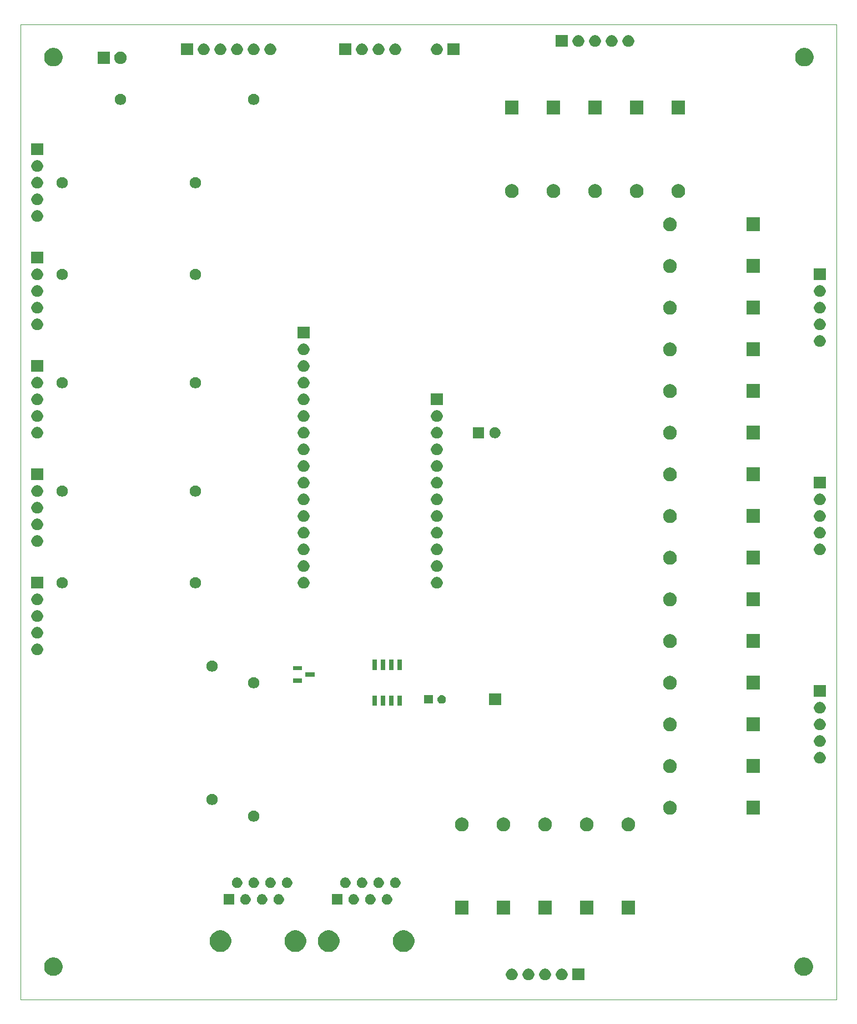
<source format=gbr>
G04 #@! TF.GenerationSoftware,KiCad,Pcbnew,(5.1.5)-3*
G04 #@! TF.CreationDate,2020-03-05T22:20:16-05:00*
G04 #@! TF.ProjectId,input board,696e7075-7420-4626-9f61-72642e6b6963,rev?*
G04 #@! TF.SameCoordinates,Original*
G04 #@! TF.FileFunction,Soldermask,Top*
G04 #@! TF.FilePolarity,Negative*
%FSLAX46Y46*%
G04 Gerber Fmt 4.6, Leading zero omitted, Abs format (unit mm)*
G04 Created by KiCad (PCBNEW (5.1.5)-3) date 2020-03-05 22:20:16*
%MOMM*%
%LPD*%
G04 APERTURE LIST*
%ADD10C,0.050000*%
%ADD11C,0.150000*%
G04 APERTURE END LIST*
D10*
X62230000Y-17780000D02*
X186690000Y-17780000D01*
X62230000Y-166370000D02*
X62230000Y-17780000D01*
X186690000Y-166370000D02*
X62230000Y-166370000D01*
X186690000Y-17780000D02*
X186690000Y-166370000D01*
D11*
G36*
X148221000Y-163461000D02*
G01*
X146419000Y-163461000D01*
X146419000Y-161659000D01*
X148221000Y-161659000D01*
X148221000Y-163461000D01*
G37*
G36*
X142353512Y-161663927D02*
G01*
X142502812Y-161693624D01*
X142666784Y-161761544D01*
X142814354Y-161860147D01*
X142939853Y-161985646D01*
X143038456Y-162133216D01*
X143106376Y-162297188D01*
X143141000Y-162471259D01*
X143141000Y-162648741D01*
X143106376Y-162822812D01*
X143038456Y-162986784D01*
X142939853Y-163134354D01*
X142814354Y-163259853D01*
X142666784Y-163358456D01*
X142502812Y-163426376D01*
X142353512Y-163456073D01*
X142328742Y-163461000D01*
X142151258Y-163461000D01*
X142126488Y-163456073D01*
X141977188Y-163426376D01*
X141813216Y-163358456D01*
X141665646Y-163259853D01*
X141540147Y-163134354D01*
X141441544Y-162986784D01*
X141373624Y-162822812D01*
X141339000Y-162648741D01*
X141339000Y-162471259D01*
X141373624Y-162297188D01*
X141441544Y-162133216D01*
X141540147Y-161985646D01*
X141665646Y-161860147D01*
X141813216Y-161761544D01*
X141977188Y-161693624D01*
X142126488Y-161663927D01*
X142151258Y-161659000D01*
X142328742Y-161659000D01*
X142353512Y-161663927D01*
G37*
G36*
X139813512Y-161663927D02*
G01*
X139962812Y-161693624D01*
X140126784Y-161761544D01*
X140274354Y-161860147D01*
X140399853Y-161985646D01*
X140498456Y-162133216D01*
X140566376Y-162297188D01*
X140601000Y-162471259D01*
X140601000Y-162648741D01*
X140566376Y-162822812D01*
X140498456Y-162986784D01*
X140399853Y-163134354D01*
X140274354Y-163259853D01*
X140126784Y-163358456D01*
X139962812Y-163426376D01*
X139813512Y-163456073D01*
X139788742Y-163461000D01*
X139611258Y-163461000D01*
X139586488Y-163456073D01*
X139437188Y-163426376D01*
X139273216Y-163358456D01*
X139125646Y-163259853D01*
X139000147Y-163134354D01*
X138901544Y-162986784D01*
X138833624Y-162822812D01*
X138799000Y-162648741D01*
X138799000Y-162471259D01*
X138833624Y-162297188D01*
X138901544Y-162133216D01*
X139000147Y-161985646D01*
X139125646Y-161860147D01*
X139273216Y-161761544D01*
X139437188Y-161693624D01*
X139586488Y-161663927D01*
X139611258Y-161659000D01*
X139788742Y-161659000D01*
X139813512Y-161663927D01*
G37*
G36*
X137273512Y-161663927D02*
G01*
X137422812Y-161693624D01*
X137586784Y-161761544D01*
X137734354Y-161860147D01*
X137859853Y-161985646D01*
X137958456Y-162133216D01*
X138026376Y-162297188D01*
X138061000Y-162471259D01*
X138061000Y-162648741D01*
X138026376Y-162822812D01*
X137958456Y-162986784D01*
X137859853Y-163134354D01*
X137734354Y-163259853D01*
X137586784Y-163358456D01*
X137422812Y-163426376D01*
X137273512Y-163456073D01*
X137248742Y-163461000D01*
X137071258Y-163461000D01*
X137046488Y-163456073D01*
X136897188Y-163426376D01*
X136733216Y-163358456D01*
X136585646Y-163259853D01*
X136460147Y-163134354D01*
X136361544Y-162986784D01*
X136293624Y-162822812D01*
X136259000Y-162648741D01*
X136259000Y-162471259D01*
X136293624Y-162297188D01*
X136361544Y-162133216D01*
X136460147Y-161985646D01*
X136585646Y-161860147D01*
X136733216Y-161761544D01*
X136897188Y-161693624D01*
X137046488Y-161663927D01*
X137071258Y-161659000D01*
X137248742Y-161659000D01*
X137273512Y-161663927D01*
G37*
G36*
X144893512Y-161663927D02*
G01*
X145042812Y-161693624D01*
X145206784Y-161761544D01*
X145354354Y-161860147D01*
X145479853Y-161985646D01*
X145578456Y-162133216D01*
X145646376Y-162297188D01*
X145681000Y-162471259D01*
X145681000Y-162648741D01*
X145646376Y-162822812D01*
X145578456Y-162986784D01*
X145479853Y-163134354D01*
X145354354Y-163259853D01*
X145206784Y-163358456D01*
X145042812Y-163426376D01*
X144893512Y-163456073D01*
X144868742Y-163461000D01*
X144691258Y-163461000D01*
X144666488Y-163456073D01*
X144517188Y-163426376D01*
X144353216Y-163358456D01*
X144205646Y-163259853D01*
X144080147Y-163134354D01*
X143981544Y-162986784D01*
X143913624Y-162822812D01*
X143879000Y-162648741D01*
X143879000Y-162471259D01*
X143913624Y-162297188D01*
X143981544Y-162133216D01*
X144080147Y-161985646D01*
X144205646Y-161860147D01*
X144353216Y-161761544D01*
X144517188Y-161693624D01*
X144666488Y-161663927D01*
X144691258Y-161659000D01*
X144868742Y-161659000D01*
X144893512Y-161663927D01*
G37*
G36*
X182008433Y-160004893D02*
G01*
X182098657Y-160022839D01*
X182204267Y-160066585D01*
X182353621Y-160128449D01*
X182353622Y-160128450D01*
X182583086Y-160281772D01*
X182778228Y-160476914D01*
X182880675Y-160630237D01*
X182931551Y-160706379D01*
X183037161Y-160961344D01*
X183091000Y-161232012D01*
X183091000Y-161507988D01*
X183037161Y-161778656D01*
X182931551Y-162033621D01*
X182931550Y-162033622D01*
X182778228Y-162263086D01*
X182583086Y-162458228D01*
X182429763Y-162560675D01*
X182353621Y-162611551D01*
X182204267Y-162673415D01*
X182098657Y-162717161D01*
X182008433Y-162735107D01*
X181827988Y-162771000D01*
X181552012Y-162771000D01*
X181371567Y-162735107D01*
X181281343Y-162717161D01*
X181175733Y-162673415D01*
X181026379Y-162611551D01*
X180950237Y-162560675D01*
X180796914Y-162458228D01*
X180601772Y-162263086D01*
X180448450Y-162033622D01*
X180448449Y-162033621D01*
X180342839Y-161778656D01*
X180289000Y-161507988D01*
X180289000Y-161232012D01*
X180342839Y-160961344D01*
X180448449Y-160706379D01*
X180499325Y-160630237D01*
X180601772Y-160476914D01*
X180796914Y-160281772D01*
X181026378Y-160128450D01*
X181026379Y-160128449D01*
X181175733Y-160066585D01*
X181281343Y-160022839D01*
X181371567Y-160004893D01*
X181552012Y-159969000D01*
X181827988Y-159969000D01*
X182008433Y-160004893D01*
G37*
G36*
X67548433Y-160004893D02*
G01*
X67638657Y-160022839D01*
X67744267Y-160066585D01*
X67893621Y-160128449D01*
X67893622Y-160128450D01*
X68123086Y-160281772D01*
X68318228Y-160476914D01*
X68420675Y-160630237D01*
X68471551Y-160706379D01*
X68577161Y-160961344D01*
X68631000Y-161232012D01*
X68631000Y-161507988D01*
X68577161Y-161778656D01*
X68471551Y-162033621D01*
X68471550Y-162033622D01*
X68318228Y-162263086D01*
X68123086Y-162458228D01*
X67969763Y-162560675D01*
X67893621Y-162611551D01*
X67744267Y-162673415D01*
X67638657Y-162717161D01*
X67548433Y-162735107D01*
X67367988Y-162771000D01*
X67092012Y-162771000D01*
X66911567Y-162735107D01*
X66821343Y-162717161D01*
X66715733Y-162673415D01*
X66566379Y-162611551D01*
X66490237Y-162560675D01*
X66336914Y-162458228D01*
X66141772Y-162263086D01*
X65988450Y-162033622D01*
X65988449Y-162033621D01*
X65882839Y-161778656D01*
X65829000Y-161507988D01*
X65829000Y-161232012D01*
X65882839Y-160961344D01*
X65988449Y-160706379D01*
X66039325Y-160630237D01*
X66141772Y-160476914D01*
X66336914Y-160281772D01*
X66566378Y-160128450D01*
X66566379Y-160128449D01*
X66715733Y-160066585D01*
X66821343Y-160022839D01*
X66911567Y-160004893D01*
X67092012Y-159969000D01*
X67367988Y-159969000D01*
X67548433Y-160004893D01*
G37*
G36*
X109595256Y-155871298D02*
G01*
X109701579Y-155892447D01*
X110002042Y-156016903D01*
X110272451Y-156197585D01*
X110502415Y-156427549D01*
X110683097Y-156697958D01*
X110807553Y-156998421D01*
X110871000Y-157317391D01*
X110871000Y-157642609D01*
X110807553Y-157961579D01*
X110683097Y-158262042D01*
X110502415Y-158532451D01*
X110272451Y-158762415D01*
X110002042Y-158943097D01*
X109701579Y-159067553D01*
X109595256Y-159088702D01*
X109382611Y-159131000D01*
X109057389Y-159131000D01*
X108844744Y-159088702D01*
X108738421Y-159067553D01*
X108437958Y-158943097D01*
X108167549Y-158762415D01*
X107937585Y-158532451D01*
X107756903Y-158262042D01*
X107632447Y-157961579D01*
X107569000Y-157642609D01*
X107569000Y-157317391D01*
X107632447Y-156998421D01*
X107756903Y-156697958D01*
X107937585Y-156427549D01*
X108167549Y-156197585D01*
X108437958Y-156016903D01*
X108738421Y-155892447D01*
X108844744Y-155871298D01*
X109057389Y-155829000D01*
X109382611Y-155829000D01*
X109595256Y-155871298D01*
G37*
G36*
X93085256Y-155871298D02*
G01*
X93191579Y-155892447D01*
X93492042Y-156016903D01*
X93762451Y-156197585D01*
X93992415Y-156427549D01*
X94173097Y-156697958D01*
X94297553Y-156998421D01*
X94361000Y-157317391D01*
X94361000Y-157642609D01*
X94297553Y-157961579D01*
X94173097Y-158262042D01*
X93992415Y-158532451D01*
X93762451Y-158762415D01*
X93492042Y-158943097D01*
X93191579Y-159067553D01*
X93085256Y-159088702D01*
X92872611Y-159131000D01*
X92547389Y-159131000D01*
X92334744Y-159088702D01*
X92228421Y-159067553D01*
X91927958Y-158943097D01*
X91657549Y-158762415D01*
X91427585Y-158532451D01*
X91246903Y-158262042D01*
X91122447Y-157961579D01*
X91059000Y-157642609D01*
X91059000Y-157317391D01*
X91122447Y-156998421D01*
X91246903Y-156697958D01*
X91427585Y-156427549D01*
X91657549Y-156197585D01*
X91927958Y-156016903D01*
X92228421Y-155892447D01*
X92334744Y-155871298D01*
X92547389Y-155829000D01*
X92872611Y-155829000D01*
X93085256Y-155871298D01*
G37*
G36*
X104515256Y-155871298D02*
G01*
X104621579Y-155892447D01*
X104922042Y-156016903D01*
X105192451Y-156197585D01*
X105422415Y-156427549D01*
X105603097Y-156697958D01*
X105727553Y-156998421D01*
X105791000Y-157317391D01*
X105791000Y-157642609D01*
X105727553Y-157961579D01*
X105603097Y-158262042D01*
X105422415Y-158532451D01*
X105192451Y-158762415D01*
X104922042Y-158943097D01*
X104621579Y-159067553D01*
X104515256Y-159088702D01*
X104302611Y-159131000D01*
X103977389Y-159131000D01*
X103764744Y-159088702D01*
X103658421Y-159067553D01*
X103357958Y-158943097D01*
X103087549Y-158762415D01*
X102857585Y-158532451D01*
X102676903Y-158262042D01*
X102552447Y-157961579D01*
X102489000Y-157642609D01*
X102489000Y-157317391D01*
X102552447Y-156998421D01*
X102676903Y-156697958D01*
X102857585Y-156427549D01*
X103087549Y-156197585D01*
X103357958Y-156016903D01*
X103658421Y-155892447D01*
X103764744Y-155871298D01*
X103977389Y-155829000D01*
X104302611Y-155829000D01*
X104515256Y-155871298D01*
G37*
G36*
X121025256Y-155871298D02*
G01*
X121131579Y-155892447D01*
X121432042Y-156016903D01*
X121702451Y-156197585D01*
X121932415Y-156427549D01*
X122113097Y-156697958D01*
X122237553Y-156998421D01*
X122301000Y-157317391D01*
X122301000Y-157642609D01*
X122237553Y-157961579D01*
X122113097Y-158262042D01*
X121932415Y-158532451D01*
X121702451Y-158762415D01*
X121432042Y-158943097D01*
X121131579Y-159067553D01*
X121025256Y-159088702D01*
X120812611Y-159131000D01*
X120487389Y-159131000D01*
X120274744Y-159088702D01*
X120168421Y-159067553D01*
X119867958Y-158943097D01*
X119597549Y-158762415D01*
X119367585Y-158532451D01*
X119186903Y-158262042D01*
X119062447Y-157961579D01*
X118999000Y-157642609D01*
X118999000Y-157317391D01*
X119062447Y-156998421D01*
X119186903Y-156697958D01*
X119367585Y-156427549D01*
X119597549Y-156197585D01*
X119867958Y-156016903D01*
X120168421Y-155892447D01*
X120274744Y-155871298D01*
X120487389Y-155829000D01*
X120812611Y-155829000D01*
X121025256Y-155871298D01*
G37*
G36*
X130591000Y-153451000D02*
G01*
X128489000Y-153451000D01*
X128489000Y-151349000D01*
X130591000Y-151349000D01*
X130591000Y-153451000D01*
G37*
G36*
X136941000Y-153451000D02*
G01*
X134839000Y-153451000D01*
X134839000Y-151349000D01*
X136941000Y-151349000D01*
X136941000Y-153451000D01*
G37*
G36*
X143291000Y-153451000D02*
G01*
X141189000Y-153451000D01*
X141189000Y-151349000D01*
X143291000Y-151349000D01*
X143291000Y-153451000D01*
G37*
G36*
X149641000Y-153451000D02*
G01*
X147539000Y-153451000D01*
X147539000Y-151349000D01*
X149641000Y-151349000D01*
X149641000Y-153451000D01*
G37*
G36*
X155991000Y-153451000D02*
G01*
X153889000Y-153451000D01*
X153889000Y-151349000D01*
X155991000Y-151349000D01*
X155991000Y-153451000D01*
G37*
G36*
X111291000Y-151931000D02*
G01*
X109689000Y-151931000D01*
X109689000Y-150329000D01*
X111291000Y-150329000D01*
X111291000Y-151931000D01*
G37*
G36*
X113263642Y-150359781D02*
G01*
X113409414Y-150420162D01*
X113409416Y-150420163D01*
X113540608Y-150507822D01*
X113652178Y-150619392D01*
X113739837Y-150750584D01*
X113739838Y-150750586D01*
X113800219Y-150896358D01*
X113831000Y-151051107D01*
X113831000Y-151208893D01*
X113800219Y-151363642D01*
X113739838Y-151509414D01*
X113739837Y-151509416D01*
X113652178Y-151640608D01*
X113540608Y-151752178D01*
X113409416Y-151839837D01*
X113409415Y-151839838D01*
X113409414Y-151839838D01*
X113263642Y-151900219D01*
X113108893Y-151931000D01*
X112951107Y-151931000D01*
X112796358Y-151900219D01*
X112650586Y-151839838D01*
X112650585Y-151839838D01*
X112650584Y-151839837D01*
X112519392Y-151752178D01*
X112407822Y-151640608D01*
X112320163Y-151509416D01*
X112320162Y-151509414D01*
X112259781Y-151363642D01*
X112229000Y-151208893D01*
X112229000Y-151051107D01*
X112259781Y-150896358D01*
X112320162Y-150750586D01*
X112320163Y-150750584D01*
X112407822Y-150619392D01*
X112519392Y-150507822D01*
X112650584Y-150420163D01*
X112650586Y-150420162D01*
X112796358Y-150359781D01*
X112951107Y-150329000D01*
X113108893Y-150329000D01*
X113263642Y-150359781D01*
G37*
G36*
X118343642Y-150359781D02*
G01*
X118489414Y-150420162D01*
X118489416Y-150420163D01*
X118620608Y-150507822D01*
X118732178Y-150619392D01*
X118819837Y-150750584D01*
X118819838Y-150750586D01*
X118880219Y-150896358D01*
X118911000Y-151051107D01*
X118911000Y-151208893D01*
X118880219Y-151363642D01*
X118819838Y-151509414D01*
X118819837Y-151509416D01*
X118732178Y-151640608D01*
X118620608Y-151752178D01*
X118489416Y-151839837D01*
X118489415Y-151839838D01*
X118489414Y-151839838D01*
X118343642Y-151900219D01*
X118188893Y-151931000D01*
X118031107Y-151931000D01*
X117876358Y-151900219D01*
X117730586Y-151839838D01*
X117730585Y-151839838D01*
X117730584Y-151839837D01*
X117599392Y-151752178D01*
X117487822Y-151640608D01*
X117400163Y-151509416D01*
X117400162Y-151509414D01*
X117339781Y-151363642D01*
X117309000Y-151208893D01*
X117309000Y-151051107D01*
X117339781Y-150896358D01*
X117400162Y-150750586D01*
X117400163Y-150750584D01*
X117487822Y-150619392D01*
X117599392Y-150507822D01*
X117730584Y-150420163D01*
X117730586Y-150420162D01*
X117876358Y-150359781D01*
X118031107Y-150329000D01*
X118188893Y-150329000D01*
X118343642Y-150359781D01*
G37*
G36*
X115803642Y-150359781D02*
G01*
X115949414Y-150420162D01*
X115949416Y-150420163D01*
X116080608Y-150507822D01*
X116192178Y-150619392D01*
X116279837Y-150750584D01*
X116279838Y-150750586D01*
X116340219Y-150896358D01*
X116371000Y-151051107D01*
X116371000Y-151208893D01*
X116340219Y-151363642D01*
X116279838Y-151509414D01*
X116279837Y-151509416D01*
X116192178Y-151640608D01*
X116080608Y-151752178D01*
X115949416Y-151839837D01*
X115949415Y-151839838D01*
X115949414Y-151839838D01*
X115803642Y-151900219D01*
X115648893Y-151931000D01*
X115491107Y-151931000D01*
X115336358Y-151900219D01*
X115190586Y-151839838D01*
X115190585Y-151839838D01*
X115190584Y-151839837D01*
X115059392Y-151752178D01*
X114947822Y-151640608D01*
X114860163Y-151509416D01*
X114860162Y-151509414D01*
X114799781Y-151363642D01*
X114769000Y-151208893D01*
X114769000Y-151051107D01*
X114799781Y-150896358D01*
X114860162Y-150750586D01*
X114860163Y-150750584D01*
X114947822Y-150619392D01*
X115059392Y-150507822D01*
X115190584Y-150420163D01*
X115190586Y-150420162D01*
X115336358Y-150359781D01*
X115491107Y-150329000D01*
X115648893Y-150329000D01*
X115803642Y-150359781D01*
G37*
G36*
X101833642Y-150359781D02*
G01*
X101979414Y-150420162D01*
X101979416Y-150420163D01*
X102110608Y-150507822D01*
X102222178Y-150619392D01*
X102309837Y-150750584D01*
X102309838Y-150750586D01*
X102370219Y-150896358D01*
X102401000Y-151051107D01*
X102401000Y-151208893D01*
X102370219Y-151363642D01*
X102309838Y-151509414D01*
X102309837Y-151509416D01*
X102222178Y-151640608D01*
X102110608Y-151752178D01*
X101979416Y-151839837D01*
X101979415Y-151839838D01*
X101979414Y-151839838D01*
X101833642Y-151900219D01*
X101678893Y-151931000D01*
X101521107Y-151931000D01*
X101366358Y-151900219D01*
X101220586Y-151839838D01*
X101220585Y-151839838D01*
X101220584Y-151839837D01*
X101089392Y-151752178D01*
X100977822Y-151640608D01*
X100890163Y-151509416D01*
X100890162Y-151509414D01*
X100829781Y-151363642D01*
X100799000Y-151208893D01*
X100799000Y-151051107D01*
X100829781Y-150896358D01*
X100890162Y-150750586D01*
X100890163Y-150750584D01*
X100977822Y-150619392D01*
X101089392Y-150507822D01*
X101220584Y-150420163D01*
X101220586Y-150420162D01*
X101366358Y-150359781D01*
X101521107Y-150329000D01*
X101678893Y-150329000D01*
X101833642Y-150359781D01*
G37*
G36*
X94781000Y-151931000D02*
G01*
X93179000Y-151931000D01*
X93179000Y-150329000D01*
X94781000Y-150329000D01*
X94781000Y-151931000D01*
G37*
G36*
X96753642Y-150359781D02*
G01*
X96899414Y-150420162D01*
X96899416Y-150420163D01*
X97030608Y-150507822D01*
X97142178Y-150619392D01*
X97229837Y-150750584D01*
X97229838Y-150750586D01*
X97290219Y-150896358D01*
X97321000Y-151051107D01*
X97321000Y-151208893D01*
X97290219Y-151363642D01*
X97229838Y-151509414D01*
X97229837Y-151509416D01*
X97142178Y-151640608D01*
X97030608Y-151752178D01*
X96899416Y-151839837D01*
X96899415Y-151839838D01*
X96899414Y-151839838D01*
X96753642Y-151900219D01*
X96598893Y-151931000D01*
X96441107Y-151931000D01*
X96286358Y-151900219D01*
X96140586Y-151839838D01*
X96140585Y-151839838D01*
X96140584Y-151839837D01*
X96009392Y-151752178D01*
X95897822Y-151640608D01*
X95810163Y-151509416D01*
X95810162Y-151509414D01*
X95749781Y-151363642D01*
X95719000Y-151208893D01*
X95719000Y-151051107D01*
X95749781Y-150896358D01*
X95810162Y-150750586D01*
X95810163Y-150750584D01*
X95897822Y-150619392D01*
X96009392Y-150507822D01*
X96140584Y-150420163D01*
X96140586Y-150420162D01*
X96286358Y-150359781D01*
X96441107Y-150329000D01*
X96598893Y-150329000D01*
X96753642Y-150359781D01*
G37*
G36*
X99293642Y-150359781D02*
G01*
X99439414Y-150420162D01*
X99439416Y-150420163D01*
X99570608Y-150507822D01*
X99682178Y-150619392D01*
X99769837Y-150750584D01*
X99769838Y-150750586D01*
X99830219Y-150896358D01*
X99861000Y-151051107D01*
X99861000Y-151208893D01*
X99830219Y-151363642D01*
X99769838Y-151509414D01*
X99769837Y-151509416D01*
X99682178Y-151640608D01*
X99570608Y-151752178D01*
X99439416Y-151839837D01*
X99439415Y-151839838D01*
X99439414Y-151839838D01*
X99293642Y-151900219D01*
X99138893Y-151931000D01*
X98981107Y-151931000D01*
X98826358Y-151900219D01*
X98680586Y-151839838D01*
X98680585Y-151839838D01*
X98680584Y-151839837D01*
X98549392Y-151752178D01*
X98437822Y-151640608D01*
X98350163Y-151509416D01*
X98350162Y-151509414D01*
X98289781Y-151363642D01*
X98259000Y-151208893D01*
X98259000Y-151051107D01*
X98289781Y-150896358D01*
X98350162Y-150750586D01*
X98350163Y-150750584D01*
X98437822Y-150619392D01*
X98549392Y-150507822D01*
X98680584Y-150420163D01*
X98680586Y-150420162D01*
X98826358Y-150359781D01*
X98981107Y-150329000D01*
X99138893Y-150329000D01*
X99293642Y-150359781D01*
G37*
G36*
X98023642Y-147819781D02*
G01*
X98169414Y-147880162D01*
X98169416Y-147880163D01*
X98300608Y-147967822D01*
X98412178Y-148079392D01*
X98499837Y-148210584D01*
X98499838Y-148210586D01*
X98560219Y-148356358D01*
X98591000Y-148511107D01*
X98591000Y-148668893D01*
X98560219Y-148823642D01*
X98499838Y-148969414D01*
X98499837Y-148969416D01*
X98412178Y-149100608D01*
X98300608Y-149212178D01*
X98169416Y-149299837D01*
X98169415Y-149299838D01*
X98169414Y-149299838D01*
X98023642Y-149360219D01*
X97868893Y-149391000D01*
X97711107Y-149391000D01*
X97556358Y-149360219D01*
X97410586Y-149299838D01*
X97410585Y-149299838D01*
X97410584Y-149299837D01*
X97279392Y-149212178D01*
X97167822Y-149100608D01*
X97080163Y-148969416D01*
X97080162Y-148969414D01*
X97019781Y-148823642D01*
X96989000Y-148668893D01*
X96989000Y-148511107D01*
X97019781Y-148356358D01*
X97080162Y-148210586D01*
X97080163Y-148210584D01*
X97167822Y-148079392D01*
X97279392Y-147967822D01*
X97410584Y-147880163D01*
X97410586Y-147880162D01*
X97556358Y-147819781D01*
X97711107Y-147789000D01*
X97868893Y-147789000D01*
X98023642Y-147819781D01*
G37*
G36*
X117073642Y-147819781D02*
G01*
X117219414Y-147880162D01*
X117219416Y-147880163D01*
X117350608Y-147967822D01*
X117462178Y-148079392D01*
X117549837Y-148210584D01*
X117549838Y-148210586D01*
X117610219Y-148356358D01*
X117641000Y-148511107D01*
X117641000Y-148668893D01*
X117610219Y-148823642D01*
X117549838Y-148969414D01*
X117549837Y-148969416D01*
X117462178Y-149100608D01*
X117350608Y-149212178D01*
X117219416Y-149299837D01*
X117219415Y-149299838D01*
X117219414Y-149299838D01*
X117073642Y-149360219D01*
X116918893Y-149391000D01*
X116761107Y-149391000D01*
X116606358Y-149360219D01*
X116460586Y-149299838D01*
X116460585Y-149299838D01*
X116460584Y-149299837D01*
X116329392Y-149212178D01*
X116217822Y-149100608D01*
X116130163Y-148969416D01*
X116130162Y-148969414D01*
X116069781Y-148823642D01*
X116039000Y-148668893D01*
X116039000Y-148511107D01*
X116069781Y-148356358D01*
X116130162Y-148210586D01*
X116130163Y-148210584D01*
X116217822Y-148079392D01*
X116329392Y-147967822D01*
X116460584Y-147880163D01*
X116460586Y-147880162D01*
X116606358Y-147819781D01*
X116761107Y-147789000D01*
X116918893Y-147789000D01*
X117073642Y-147819781D01*
G37*
G36*
X119613642Y-147819781D02*
G01*
X119759414Y-147880162D01*
X119759416Y-147880163D01*
X119890608Y-147967822D01*
X120002178Y-148079392D01*
X120089837Y-148210584D01*
X120089838Y-148210586D01*
X120150219Y-148356358D01*
X120181000Y-148511107D01*
X120181000Y-148668893D01*
X120150219Y-148823642D01*
X120089838Y-148969414D01*
X120089837Y-148969416D01*
X120002178Y-149100608D01*
X119890608Y-149212178D01*
X119759416Y-149299837D01*
X119759415Y-149299838D01*
X119759414Y-149299838D01*
X119613642Y-149360219D01*
X119458893Y-149391000D01*
X119301107Y-149391000D01*
X119146358Y-149360219D01*
X119000586Y-149299838D01*
X119000585Y-149299838D01*
X119000584Y-149299837D01*
X118869392Y-149212178D01*
X118757822Y-149100608D01*
X118670163Y-148969416D01*
X118670162Y-148969414D01*
X118609781Y-148823642D01*
X118579000Y-148668893D01*
X118579000Y-148511107D01*
X118609781Y-148356358D01*
X118670162Y-148210586D01*
X118670163Y-148210584D01*
X118757822Y-148079392D01*
X118869392Y-147967822D01*
X119000584Y-147880163D01*
X119000586Y-147880162D01*
X119146358Y-147819781D01*
X119301107Y-147789000D01*
X119458893Y-147789000D01*
X119613642Y-147819781D01*
G37*
G36*
X114533642Y-147819781D02*
G01*
X114679414Y-147880162D01*
X114679416Y-147880163D01*
X114810608Y-147967822D01*
X114922178Y-148079392D01*
X115009837Y-148210584D01*
X115009838Y-148210586D01*
X115070219Y-148356358D01*
X115101000Y-148511107D01*
X115101000Y-148668893D01*
X115070219Y-148823642D01*
X115009838Y-148969414D01*
X115009837Y-148969416D01*
X114922178Y-149100608D01*
X114810608Y-149212178D01*
X114679416Y-149299837D01*
X114679415Y-149299838D01*
X114679414Y-149299838D01*
X114533642Y-149360219D01*
X114378893Y-149391000D01*
X114221107Y-149391000D01*
X114066358Y-149360219D01*
X113920586Y-149299838D01*
X113920585Y-149299838D01*
X113920584Y-149299837D01*
X113789392Y-149212178D01*
X113677822Y-149100608D01*
X113590163Y-148969416D01*
X113590162Y-148969414D01*
X113529781Y-148823642D01*
X113499000Y-148668893D01*
X113499000Y-148511107D01*
X113529781Y-148356358D01*
X113590162Y-148210586D01*
X113590163Y-148210584D01*
X113677822Y-148079392D01*
X113789392Y-147967822D01*
X113920584Y-147880163D01*
X113920586Y-147880162D01*
X114066358Y-147819781D01*
X114221107Y-147789000D01*
X114378893Y-147789000D01*
X114533642Y-147819781D01*
G37*
G36*
X103103642Y-147819781D02*
G01*
X103249414Y-147880162D01*
X103249416Y-147880163D01*
X103380608Y-147967822D01*
X103492178Y-148079392D01*
X103579837Y-148210584D01*
X103579838Y-148210586D01*
X103640219Y-148356358D01*
X103671000Y-148511107D01*
X103671000Y-148668893D01*
X103640219Y-148823642D01*
X103579838Y-148969414D01*
X103579837Y-148969416D01*
X103492178Y-149100608D01*
X103380608Y-149212178D01*
X103249416Y-149299837D01*
X103249415Y-149299838D01*
X103249414Y-149299838D01*
X103103642Y-149360219D01*
X102948893Y-149391000D01*
X102791107Y-149391000D01*
X102636358Y-149360219D01*
X102490586Y-149299838D01*
X102490585Y-149299838D01*
X102490584Y-149299837D01*
X102359392Y-149212178D01*
X102247822Y-149100608D01*
X102160163Y-148969416D01*
X102160162Y-148969414D01*
X102099781Y-148823642D01*
X102069000Y-148668893D01*
X102069000Y-148511107D01*
X102099781Y-148356358D01*
X102160162Y-148210586D01*
X102160163Y-148210584D01*
X102247822Y-148079392D01*
X102359392Y-147967822D01*
X102490584Y-147880163D01*
X102490586Y-147880162D01*
X102636358Y-147819781D01*
X102791107Y-147789000D01*
X102948893Y-147789000D01*
X103103642Y-147819781D01*
G37*
G36*
X100563642Y-147819781D02*
G01*
X100709414Y-147880162D01*
X100709416Y-147880163D01*
X100840608Y-147967822D01*
X100952178Y-148079392D01*
X101039837Y-148210584D01*
X101039838Y-148210586D01*
X101100219Y-148356358D01*
X101131000Y-148511107D01*
X101131000Y-148668893D01*
X101100219Y-148823642D01*
X101039838Y-148969414D01*
X101039837Y-148969416D01*
X100952178Y-149100608D01*
X100840608Y-149212178D01*
X100709416Y-149299837D01*
X100709415Y-149299838D01*
X100709414Y-149299838D01*
X100563642Y-149360219D01*
X100408893Y-149391000D01*
X100251107Y-149391000D01*
X100096358Y-149360219D01*
X99950586Y-149299838D01*
X99950585Y-149299838D01*
X99950584Y-149299837D01*
X99819392Y-149212178D01*
X99707822Y-149100608D01*
X99620163Y-148969416D01*
X99620162Y-148969414D01*
X99559781Y-148823642D01*
X99529000Y-148668893D01*
X99529000Y-148511107D01*
X99559781Y-148356358D01*
X99620162Y-148210586D01*
X99620163Y-148210584D01*
X99707822Y-148079392D01*
X99819392Y-147967822D01*
X99950584Y-147880163D01*
X99950586Y-147880162D01*
X100096358Y-147819781D01*
X100251107Y-147789000D01*
X100408893Y-147789000D01*
X100563642Y-147819781D01*
G37*
G36*
X95483642Y-147819781D02*
G01*
X95629414Y-147880162D01*
X95629416Y-147880163D01*
X95760608Y-147967822D01*
X95872178Y-148079392D01*
X95959837Y-148210584D01*
X95959838Y-148210586D01*
X96020219Y-148356358D01*
X96051000Y-148511107D01*
X96051000Y-148668893D01*
X96020219Y-148823642D01*
X95959838Y-148969414D01*
X95959837Y-148969416D01*
X95872178Y-149100608D01*
X95760608Y-149212178D01*
X95629416Y-149299837D01*
X95629415Y-149299838D01*
X95629414Y-149299838D01*
X95483642Y-149360219D01*
X95328893Y-149391000D01*
X95171107Y-149391000D01*
X95016358Y-149360219D01*
X94870586Y-149299838D01*
X94870585Y-149299838D01*
X94870584Y-149299837D01*
X94739392Y-149212178D01*
X94627822Y-149100608D01*
X94540163Y-148969416D01*
X94540162Y-148969414D01*
X94479781Y-148823642D01*
X94449000Y-148668893D01*
X94449000Y-148511107D01*
X94479781Y-148356358D01*
X94540162Y-148210586D01*
X94540163Y-148210584D01*
X94627822Y-148079392D01*
X94739392Y-147967822D01*
X94870584Y-147880163D01*
X94870586Y-147880162D01*
X95016358Y-147819781D01*
X95171107Y-147789000D01*
X95328893Y-147789000D01*
X95483642Y-147819781D01*
G37*
G36*
X111993642Y-147819781D02*
G01*
X112139414Y-147880162D01*
X112139416Y-147880163D01*
X112270608Y-147967822D01*
X112382178Y-148079392D01*
X112469837Y-148210584D01*
X112469838Y-148210586D01*
X112530219Y-148356358D01*
X112561000Y-148511107D01*
X112561000Y-148668893D01*
X112530219Y-148823642D01*
X112469838Y-148969414D01*
X112469837Y-148969416D01*
X112382178Y-149100608D01*
X112270608Y-149212178D01*
X112139416Y-149299837D01*
X112139415Y-149299838D01*
X112139414Y-149299838D01*
X111993642Y-149360219D01*
X111838893Y-149391000D01*
X111681107Y-149391000D01*
X111526358Y-149360219D01*
X111380586Y-149299838D01*
X111380585Y-149299838D01*
X111380584Y-149299837D01*
X111249392Y-149212178D01*
X111137822Y-149100608D01*
X111050163Y-148969416D01*
X111050162Y-148969414D01*
X110989781Y-148823642D01*
X110959000Y-148668893D01*
X110959000Y-148511107D01*
X110989781Y-148356358D01*
X111050162Y-148210586D01*
X111050163Y-148210584D01*
X111137822Y-148079392D01*
X111249392Y-147967822D01*
X111380584Y-147880163D01*
X111380586Y-147880162D01*
X111526358Y-147819781D01*
X111681107Y-147789000D01*
X111838893Y-147789000D01*
X111993642Y-147819781D01*
G37*
G36*
X155246564Y-138689389D02*
G01*
X155437833Y-138768615D01*
X155437835Y-138768616D01*
X155609973Y-138883635D01*
X155756365Y-139030027D01*
X155859345Y-139184147D01*
X155871385Y-139202167D01*
X155950611Y-139393436D01*
X155991000Y-139596484D01*
X155991000Y-139803516D01*
X155950611Y-140006564D01*
X155871385Y-140197833D01*
X155871384Y-140197835D01*
X155756365Y-140369973D01*
X155609973Y-140516365D01*
X155437835Y-140631384D01*
X155437834Y-140631385D01*
X155437833Y-140631385D01*
X155246564Y-140710611D01*
X155043516Y-140751000D01*
X154836484Y-140751000D01*
X154633436Y-140710611D01*
X154442167Y-140631385D01*
X154442166Y-140631385D01*
X154442165Y-140631384D01*
X154270027Y-140516365D01*
X154123635Y-140369973D01*
X154008616Y-140197835D01*
X154008615Y-140197833D01*
X153929389Y-140006564D01*
X153889000Y-139803516D01*
X153889000Y-139596484D01*
X153929389Y-139393436D01*
X154008615Y-139202167D01*
X154020656Y-139184147D01*
X154123635Y-139030027D01*
X154270027Y-138883635D01*
X154442165Y-138768616D01*
X154442167Y-138768615D01*
X154633436Y-138689389D01*
X154836484Y-138649000D01*
X155043516Y-138649000D01*
X155246564Y-138689389D01*
G37*
G36*
X129846564Y-138689389D02*
G01*
X130037833Y-138768615D01*
X130037835Y-138768616D01*
X130209973Y-138883635D01*
X130356365Y-139030027D01*
X130459345Y-139184147D01*
X130471385Y-139202167D01*
X130550611Y-139393436D01*
X130591000Y-139596484D01*
X130591000Y-139803516D01*
X130550611Y-140006564D01*
X130471385Y-140197833D01*
X130471384Y-140197835D01*
X130356365Y-140369973D01*
X130209973Y-140516365D01*
X130037835Y-140631384D01*
X130037834Y-140631385D01*
X130037833Y-140631385D01*
X129846564Y-140710611D01*
X129643516Y-140751000D01*
X129436484Y-140751000D01*
X129233436Y-140710611D01*
X129042167Y-140631385D01*
X129042166Y-140631385D01*
X129042165Y-140631384D01*
X128870027Y-140516365D01*
X128723635Y-140369973D01*
X128608616Y-140197835D01*
X128608615Y-140197833D01*
X128529389Y-140006564D01*
X128489000Y-139803516D01*
X128489000Y-139596484D01*
X128529389Y-139393436D01*
X128608615Y-139202167D01*
X128620656Y-139184147D01*
X128723635Y-139030027D01*
X128870027Y-138883635D01*
X129042165Y-138768616D01*
X129042167Y-138768615D01*
X129233436Y-138689389D01*
X129436484Y-138649000D01*
X129643516Y-138649000D01*
X129846564Y-138689389D01*
G37*
G36*
X136196564Y-138689389D02*
G01*
X136387833Y-138768615D01*
X136387835Y-138768616D01*
X136559973Y-138883635D01*
X136706365Y-139030027D01*
X136809345Y-139184147D01*
X136821385Y-139202167D01*
X136900611Y-139393436D01*
X136941000Y-139596484D01*
X136941000Y-139803516D01*
X136900611Y-140006564D01*
X136821385Y-140197833D01*
X136821384Y-140197835D01*
X136706365Y-140369973D01*
X136559973Y-140516365D01*
X136387835Y-140631384D01*
X136387834Y-140631385D01*
X136387833Y-140631385D01*
X136196564Y-140710611D01*
X135993516Y-140751000D01*
X135786484Y-140751000D01*
X135583436Y-140710611D01*
X135392167Y-140631385D01*
X135392166Y-140631385D01*
X135392165Y-140631384D01*
X135220027Y-140516365D01*
X135073635Y-140369973D01*
X134958616Y-140197835D01*
X134958615Y-140197833D01*
X134879389Y-140006564D01*
X134839000Y-139803516D01*
X134839000Y-139596484D01*
X134879389Y-139393436D01*
X134958615Y-139202167D01*
X134970656Y-139184147D01*
X135073635Y-139030027D01*
X135220027Y-138883635D01*
X135392165Y-138768616D01*
X135392167Y-138768615D01*
X135583436Y-138689389D01*
X135786484Y-138649000D01*
X135993516Y-138649000D01*
X136196564Y-138689389D01*
G37*
G36*
X142546564Y-138689389D02*
G01*
X142737833Y-138768615D01*
X142737835Y-138768616D01*
X142909973Y-138883635D01*
X143056365Y-139030027D01*
X143159345Y-139184147D01*
X143171385Y-139202167D01*
X143250611Y-139393436D01*
X143291000Y-139596484D01*
X143291000Y-139803516D01*
X143250611Y-140006564D01*
X143171385Y-140197833D01*
X143171384Y-140197835D01*
X143056365Y-140369973D01*
X142909973Y-140516365D01*
X142737835Y-140631384D01*
X142737834Y-140631385D01*
X142737833Y-140631385D01*
X142546564Y-140710611D01*
X142343516Y-140751000D01*
X142136484Y-140751000D01*
X141933436Y-140710611D01*
X141742167Y-140631385D01*
X141742166Y-140631385D01*
X141742165Y-140631384D01*
X141570027Y-140516365D01*
X141423635Y-140369973D01*
X141308616Y-140197835D01*
X141308615Y-140197833D01*
X141229389Y-140006564D01*
X141189000Y-139803516D01*
X141189000Y-139596484D01*
X141229389Y-139393436D01*
X141308615Y-139202167D01*
X141320656Y-139184147D01*
X141423635Y-139030027D01*
X141570027Y-138883635D01*
X141742165Y-138768616D01*
X141742167Y-138768615D01*
X141933436Y-138689389D01*
X142136484Y-138649000D01*
X142343516Y-138649000D01*
X142546564Y-138689389D01*
G37*
G36*
X148896564Y-138689389D02*
G01*
X149087833Y-138768615D01*
X149087835Y-138768616D01*
X149259973Y-138883635D01*
X149406365Y-139030027D01*
X149509345Y-139184147D01*
X149521385Y-139202167D01*
X149600611Y-139393436D01*
X149641000Y-139596484D01*
X149641000Y-139803516D01*
X149600611Y-140006564D01*
X149521385Y-140197833D01*
X149521384Y-140197835D01*
X149406365Y-140369973D01*
X149259973Y-140516365D01*
X149087835Y-140631384D01*
X149087834Y-140631385D01*
X149087833Y-140631385D01*
X148896564Y-140710611D01*
X148693516Y-140751000D01*
X148486484Y-140751000D01*
X148283436Y-140710611D01*
X148092167Y-140631385D01*
X148092166Y-140631385D01*
X148092165Y-140631384D01*
X147920027Y-140516365D01*
X147773635Y-140369973D01*
X147658616Y-140197835D01*
X147658615Y-140197833D01*
X147579389Y-140006564D01*
X147539000Y-139803516D01*
X147539000Y-139596484D01*
X147579389Y-139393436D01*
X147658615Y-139202167D01*
X147670656Y-139184147D01*
X147773635Y-139030027D01*
X147920027Y-138883635D01*
X148092165Y-138768616D01*
X148092167Y-138768615D01*
X148283436Y-138689389D01*
X148486484Y-138649000D01*
X148693516Y-138649000D01*
X148896564Y-138689389D01*
G37*
G36*
X98038228Y-137611703D02*
G01*
X98193100Y-137675853D01*
X98332481Y-137768985D01*
X98451015Y-137887519D01*
X98544147Y-138026900D01*
X98608297Y-138181772D01*
X98641000Y-138346184D01*
X98641000Y-138513816D01*
X98608297Y-138678228D01*
X98544147Y-138833100D01*
X98451015Y-138972481D01*
X98332481Y-139091015D01*
X98193100Y-139184147D01*
X98038228Y-139248297D01*
X97873816Y-139281000D01*
X97706184Y-139281000D01*
X97541772Y-139248297D01*
X97386900Y-139184147D01*
X97247519Y-139091015D01*
X97128985Y-138972481D01*
X97035853Y-138833100D01*
X96971703Y-138678228D01*
X96939000Y-138513816D01*
X96939000Y-138346184D01*
X96971703Y-138181772D01*
X97035853Y-138026900D01*
X97128985Y-137887519D01*
X97247519Y-137768985D01*
X97386900Y-137675853D01*
X97541772Y-137611703D01*
X97706184Y-137579000D01*
X97873816Y-137579000D01*
X98038228Y-137611703D01*
G37*
G36*
X175041000Y-138211000D02*
G01*
X172939000Y-138211000D01*
X172939000Y-136109000D01*
X175041000Y-136109000D01*
X175041000Y-138211000D01*
G37*
G36*
X161596564Y-136149389D02*
G01*
X161787833Y-136228615D01*
X161787835Y-136228616D01*
X161959973Y-136343635D01*
X162106365Y-136490027D01*
X162209345Y-136644147D01*
X162221385Y-136662167D01*
X162300611Y-136853436D01*
X162341000Y-137056484D01*
X162341000Y-137263516D01*
X162300611Y-137466564D01*
X162240492Y-137611705D01*
X162221384Y-137657835D01*
X162106365Y-137829973D01*
X161959973Y-137976365D01*
X161787835Y-138091384D01*
X161787834Y-138091385D01*
X161787833Y-138091385D01*
X161596564Y-138170611D01*
X161393516Y-138211000D01*
X161186484Y-138211000D01*
X160983436Y-138170611D01*
X160792167Y-138091385D01*
X160792166Y-138091385D01*
X160792165Y-138091384D01*
X160620027Y-137976365D01*
X160473635Y-137829973D01*
X160358616Y-137657835D01*
X160339508Y-137611705D01*
X160279389Y-137466564D01*
X160239000Y-137263516D01*
X160239000Y-137056484D01*
X160279389Y-136853436D01*
X160358615Y-136662167D01*
X160370656Y-136644147D01*
X160473635Y-136490027D01*
X160620027Y-136343635D01*
X160792165Y-136228616D01*
X160792167Y-136228615D01*
X160983436Y-136149389D01*
X161186484Y-136109000D01*
X161393516Y-136109000D01*
X161596564Y-136149389D01*
G37*
G36*
X91688228Y-135071703D02*
G01*
X91843100Y-135135853D01*
X91982481Y-135228985D01*
X92101015Y-135347519D01*
X92194147Y-135486900D01*
X92258297Y-135641772D01*
X92291000Y-135806184D01*
X92291000Y-135973816D01*
X92258297Y-136138228D01*
X92194147Y-136293100D01*
X92101015Y-136432481D01*
X91982481Y-136551015D01*
X91843100Y-136644147D01*
X91688228Y-136708297D01*
X91523816Y-136741000D01*
X91356184Y-136741000D01*
X91191772Y-136708297D01*
X91036900Y-136644147D01*
X90897519Y-136551015D01*
X90778985Y-136432481D01*
X90685853Y-136293100D01*
X90621703Y-136138228D01*
X90589000Y-135973816D01*
X90589000Y-135806184D01*
X90621703Y-135641772D01*
X90685853Y-135486900D01*
X90778985Y-135347519D01*
X90897519Y-135228985D01*
X91036900Y-135135853D01*
X91191772Y-135071703D01*
X91356184Y-135039000D01*
X91523816Y-135039000D01*
X91688228Y-135071703D01*
G37*
G36*
X175041000Y-131861000D02*
G01*
X172939000Y-131861000D01*
X172939000Y-129759000D01*
X175041000Y-129759000D01*
X175041000Y-131861000D01*
G37*
G36*
X161596564Y-129799389D02*
G01*
X161787833Y-129878615D01*
X161787835Y-129878616D01*
X161959973Y-129993635D01*
X162106365Y-130140027D01*
X162173067Y-130239853D01*
X162221385Y-130312167D01*
X162300611Y-130503436D01*
X162341000Y-130706484D01*
X162341000Y-130913516D01*
X162300611Y-131116564D01*
X162221385Y-131307833D01*
X162221384Y-131307835D01*
X162106365Y-131479973D01*
X161959973Y-131626365D01*
X161787835Y-131741384D01*
X161787834Y-131741385D01*
X161787833Y-131741385D01*
X161596564Y-131820611D01*
X161393516Y-131861000D01*
X161186484Y-131861000D01*
X160983436Y-131820611D01*
X160792167Y-131741385D01*
X160792166Y-131741385D01*
X160792165Y-131741384D01*
X160620027Y-131626365D01*
X160473635Y-131479973D01*
X160358616Y-131307835D01*
X160358615Y-131307833D01*
X160279389Y-131116564D01*
X160239000Y-130913516D01*
X160239000Y-130706484D01*
X160279389Y-130503436D01*
X160358615Y-130312167D01*
X160406934Y-130239853D01*
X160473635Y-130140027D01*
X160620027Y-129993635D01*
X160792165Y-129878616D01*
X160792167Y-129878615D01*
X160983436Y-129799389D01*
X161186484Y-129759000D01*
X161393516Y-129759000D01*
X161596564Y-129799389D01*
G37*
G36*
X184263512Y-128643927D02*
G01*
X184412812Y-128673624D01*
X184576784Y-128741544D01*
X184724354Y-128840147D01*
X184849853Y-128965646D01*
X184948456Y-129113216D01*
X185016376Y-129277188D01*
X185051000Y-129451259D01*
X185051000Y-129628741D01*
X185016376Y-129802812D01*
X184948456Y-129966784D01*
X184849853Y-130114354D01*
X184724354Y-130239853D01*
X184576784Y-130338456D01*
X184412812Y-130406376D01*
X184263512Y-130436073D01*
X184238742Y-130441000D01*
X184061258Y-130441000D01*
X184036488Y-130436073D01*
X183887188Y-130406376D01*
X183723216Y-130338456D01*
X183575646Y-130239853D01*
X183450147Y-130114354D01*
X183351544Y-129966784D01*
X183283624Y-129802812D01*
X183249000Y-129628741D01*
X183249000Y-129451259D01*
X183283624Y-129277188D01*
X183351544Y-129113216D01*
X183450147Y-128965646D01*
X183575646Y-128840147D01*
X183723216Y-128741544D01*
X183887188Y-128673624D01*
X184036488Y-128643927D01*
X184061258Y-128639000D01*
X184238742Y-128639000D01*
X184263512Y-128643927D01*
G37*
G36*
X184263512Y-126103927D02*
G01*
X184412812Y-126133624D01*
X184576784Y-126201544D01*
X184724354Y-126300147D01*
X184849853Y-126425646D01*
X184948456Y-126573216D01*
X185016376Y-126737188D01*
X185051000Y-126911259D01*
X185051000Y-127088741D01*
X185016376Y-127262812D01*
X184948456Y-127426784D01*
X184849853Y-127574354D01*
X184724354Y-127699853D01*
X184576784Y-127798456D01*
X184412812Y-127866376D01*
X184263512Y-127896073D01*
X184238742Y-127901000D01*
X184061258Y-127901000D01*
X184036488Y-127896073D01*
X183887188Y-127866376D01*
X183723216Y-127798456D01*
X183575646Y-127699853D01*
X183450147Y-127574354D01*
X183351544Y-127426784D01*
X183283624Y-127262812D01*
X183249000Y-127088741D01*
X183249000Y-126911259D01*
X183283624Y-126737188D01*
X183351544Y-126573216D01*
X183450147Y-126425646D01*
X183575646Y-126300147D01*
X183723216Y-126201544D01*
X183887188Y-126133624D01*
X184036488Y-126103927D01*
X184061258Y-126099000D01*
X184238742Y-126099000D01*
X184263512Y-126103927D01*
G37*
G36*
X175041000Y-125511000D02*
G01*
X172939000Y-125511000D01*
X172939000Y-123409000D01*
X175041000Y-123409000D01*
X175041000Y-125511000D01*
G37*
G36*
X161596564Y-123449389D02*
G01*
X161787833Y-123528615D01*
X161787835Y-123528616D01*
X161959973Y-123643635D01*
X162106365Y-123790027D01*
X162170256Y-123885646D01*
X162221385Y-123962167D01*
X162300611Y-124153436D01*
X162341000Y-124356484D01*
X162341000Y-124563516D01*
X162300611Y-124766564D01*
X162250815Y-124886782D01*
X162221384Y-124957835D01*
X162106365Y-125129973D01*
X161959973Y-125276365D01*
X161787835Y-125391384D01*
X161787834Y-125391385D01*
X161787833Y-125391385D01*
X161596564Y-125470611D01*
X161393516Y-125511000D01*
X161186484Y-125511000D01*
X160983436Y-125470611D01*
X160792167Y-125391385D01*
X160792166Y-125391385D01*
X160792165Y-125391384D01*
X160620027Y-125276365D01*
X160473635Y-125129973D01*
X160358616Y-124957835D01*
X160329185Y-124886782D01*
X160279389Y-124766564D01*
X160239000Y-124563516D01*
X160239000Y-124356484D01*
X160279389Y-124153436D01*
X160358615Y-123962167D01*
X160409745Y-123885646D01*
X160473635Y-123790027D01*
X160620027Y-123643635D01*
X160792165Y-123528616D01*
X160792167Y-123528615D01*
X160983436Y-123449389D01*
X161186484Y-123409000D01*
X161393516Y-123409000D01*
X161596564Y-123449389D01*
G37*
G36*
X184263512Y-123563927D02*
G01*
X184412812Y-123593624D01*
X184576784Y-123661544D01*
X184724354Y-123760147D01*
X184849853Y-123885646D01*
X184948456Y-124033216D01*
X185016376Y-124197188D01*
X185051000Y-124371259D01*
X185051000Y-124548741D01*
X185016376Y-124722812D01*
X184948456Y-124886784D01*
X184849853Y-125034354D01*
X184724354Y-125159853D01*
X184576784Y-125258456D01*
X184412812Y-125326376D01*
X184263512Y-125356073D01*
X184238742Y-125361000D01*
X184061258Y-125361000D01*
X184036488Y-125356073D01*
X183887188Y-125326376D01*
X183723216Y-125258456D01*
X183575646Y-125159853D01*
X183450147Y-125034354D01*
X183351544Y-124886784D01*
X183283624Y-124722812D01*
X183249000Y-124548741D01*
X183249000Y-124371259D01*
X183283624Y-124197188D01*
X183351544Y-124033216D01*
X183450147Y-123885646D01*
X183575646Y-123760147D01*
X183723216Y-123661544D01*
X183887188Y-123593624D01*
X184036488Y-123563927D01*
X184061258Y-123559000D01*
X184238742Y-123559000D01*
X184263512Y-123563927D01*
G37*
G36*
X184263512Y-121023927D02*
G01*
X184412812Y-121053624D01*
X184576784Y-121121544D01*
X184724354Y-121220147D01*
X184849853Y-121345646D01*
X184948456Y-121493216D01*
X185016376Y-121657188D01*
X185051000Y-121831259D01*
X185051000Y-122008741D01*
X185016376Y-122182812D01*
X184948456Y-122346784D01*
X184849853Y-122494354D01*
X184724354Y-122619853D01*
X184576784Y-122718456D01*
X184412812Y-122786376D01*
X184263512Y-122816073D01*
X184238742Y-122821000D01*
X184061258Y-122821000D01*
X184036488Y-122816073D01*
X183887188Y-122786376D01*
X183723216Y-122718456D01*
X183575646Y-122619853D01*
X183450147Y-122494354D01*
X183351544Y-122346784D01*
X183283624Y-122182812D01*
X183249000Y-122008741D01*
X183249000Y-121831259D01*
X183283624Y-121657188D01*
X183351544Y-121493216D01*
X183450147Y-121345646D01*
X183575646Y-121220147D01*
X183723216Y-121121544D01*
X183887188Y-121053624D01*
X184036488Y-121023927D01*
X184061258Y-121019000D01*
X184238742Y-121019000D01*
X184263512Y-121023927D01*
G37*
G36*
X117810000Y-121609797D02*
G01*
X117140000Y-121609797D01*
X117140000Y-120052899D01*
X117810000Y-120052899D01*
X117810000Y-121609797D01*
G37*
G36*
X120350000Y-121609797D02*
G01*
X119680000Y-121609797D01*
X119680000Y-120052899D01*
X120350000Y-120052899D01*
X120350000Y-121609797D01*
G37*
G36*
X119080000Y-121609797D02*
G01*
X118410000Y-121609797D01*
X118410000Y-120052899D01*
X119080000Y-120052899D01*
X119080000Y-121609797D01*
G37*
G36*
X116540000Y-121609797D02*
G01*
X115870000Y-121609797D01*
X115870000Y-120052899D01*
X116540000Y-120052899D01*
X116540000Y-121609797D01*
G37*
G36*
X135521000Y-121551000D02*
G01*
X133719000Y-121551000D01*
X133719000Y-119749000D01*
X135521000Y-119749000D01*
X135521000Y-121551000D01*
G37*
G36*
X125111000Y-121301000D02*
G01*
X123809000Y-121301000D01*
X123809000Y-119999000D01*
X125111000Y-119999000D01*
X125111000Y-121301000D01*
G37*
G36*
X126649890Y-120024017D02*
G01*
X126768364Y-120073091D01*
X126874988Y-120144335D01*
X126965665Y-120235012D01*
X127036909Y-120341636D01*
X127085983Y-120460110D01*
X127111000Y-120585882D01*
X127111000Y-120714118D01*
X127085983Y-120839890D01*
X127036909Y-120958364D01*
X126965665Y-121064988D01*
X126874988Y-121155665D01*
X126768364Y-121226909D01*
X126768363Y-121226910D01*
X126768362Y-121226910D01*
X126649890Y-121275983D01*
X126524119Y-121301000D01*
X126395881Y-121301000D01*
X126270110Y-121275983D01*
X126151638Y-121226910D01*
X126151637Y-121226910D01*
X126151636Y-121226909D01*
X126045012Y-121155665D01*
X125954335Y-121064988D01*
X125883091Y-120958364D01*
X125834017Y-120839890D01*
X125809000Y-120714118D01*
X125809000Y-120585882D01*
X125834017Y-120460110D01*
X125883091Y-120341636D01*
X125954335Y-120235012D01*
X126045012Y-120144335D01*
X126151636Y-120073091D01*
X126270110Y-120024017D01*
X126395881Y-119999000D01*
X126524119Y-119999000D01*
X126649890Y-120024017D01*
G37*
G36*
X185051000Y-120281000D02*
G01*
X183249000Y-120281000D01*
X183249000Y-118479000D01*
X185051000Y-118479000D01*
X185051000Y-120281000D01*
G37*
G36*
X175041000Y-119161000D02*
G01*
X172939000Y-119161000D01*
X172939000Y-117059000D01*
X175041000Y-117059000D01*
X175041000Y-119161000D01*
G37*
G36*
X161596564Y-117099389D02*
G01*
X161768000Y-117170400D01*
X161787835Y-117178616D01*
X161908138Y-117259000D01*
X161959973Y-117293635D01*
X162106365Y-117440027D01*
X162221385Y-117612167D01*
X162300611Y-117803436D01*
X162341000Y-118006484D01*
X162341000Y-118213516D01*
X162300611Y-118416564D01*
X162221385Y-118607833D01*
X162221384Y-118607835D01*
X162106365Y-118779973D01*
X161959973Y-118926365D01*
X161787835Y-119041384D01*
X161787834Y-119041385D01*
X161787833Y-119041385D01*
X161596564Y-119120611D01*
X161393516Y-119161000D01*
X161186484Y-119161000D01*
X160983436Y-119120611D01*
X160792167Y-119041385D01*
X160792166Y-119041385D01*
X160792165Y-119041384D01*
X160620027Y-118926365D01*
X160473635Y-118779973D01*
X160358616Y-118607835D01*
X160358615Y-118607833D01*
X160279389Y-118416564D01*
X160239000Y-118213516D01*
X160239000Y-118006484D01*
X160279389Y-117803436D01*
X160358615Y-117612167D01*
X160473635Y-117440027D01*
X160620027Y-117293635D01*
X160671862Y-117259000D01*
X160792165Y-117178616D01*
X160812000Y-117170400D01*
X160983436Y-117099389D01*
X161186484Y-117059000D01*
X161393516Y-117059000D01*
X161596564Y-117099389D01*
G37*
G36*
X98038228Y-117291703D02*
G01*
X98193100Y-117355853D01*
X98332481Y-117448985D01*
X98451015Y-117567519D01*
X98544147Y-117706900D01*
X98608297Y-117861772D01*
X98641000Y-118026184D01*
X98641000Y-118193816D01*
X98608297Y-118358228D01*
X98544147Y-118513100D01*
X98451015Y-118652481D01*
X98332481Y-118771015D01*
X98193100Y-118864147D01*
X98038228Y-118928297D01*
X97873816Y-118961000D01*
X97706184Y-118961000D01*
X97541772Y-118928297D01*
X97386900Y-118864147D01*
X97247519Y-118771015D01*
X97128985Y-118652481D01*
X97035853Y-118513100D01*
X96971703Y-118358228D01*
X96939000Y-118193816D01*
X96939000Y-118026184D01*
X96971703Y-117861772D01*
X97035853Y-117706900D01*
X97128985Y-117567519D01*
X97247519Y-117448985D01*
X97386900Y-117355853D01*
X97541772Y-117291703D01*
X97706184Y-117259000D01*
X97873816Y-117259000D01*
X98038228Y-117291703D01*
G37*
G36*
X105156200Y-118120401D02*
G01*
X103758800Y-118120401D01*
X103758800Y-117459601D01*
X105156200Y-117459601D01*
X105156200Y-118120401D01*
G37*
G36*
X107061200Y-117170400D02*
G01*
X105663800Y-117170400D01*
X105663800Y-116509600D01*
X107061200Y-116509600D01*
X107061200Y-117170400D01*
G37*
G36*
X91688228Y-114751703D02*
G01*
X91843100Y-114815853D01*
X91982481Y-114908985D01*
X92101015Y-115027519D01*
X92194147Y-115166900D01*
X92258297Y-115321772D01*
X92291000Y-115486184D01*
X92291000Y-115653816D01*
X92258297Y-115818228D01*
X92194147Y-115973100D01*
X92101015Y-116112481D01*
X91982481Y-116231015D01*
X91843100Y-116324147D01*
X91688228Y-116388297D01*
X91523816Y-116421000D01*
X91356184Y-116421000D01*
X91191772Y-116388297D01*
X91036900Y-116324147D01*
X90897519Y-116231015D01*
X90778985Y-116112481D01*
X90685853Y-115973100D01*
X90621703Y-115818228D01*
X90589000Y-115653816D01*
X90589000Y-115486184D01*
X90621703Y-115321772D01*
X90685853Y-115166900D01*
X90778985Y-115027519D01*
X90897519Y-114908985D01*
X91036900Y-114815853D01*
X91191772Y-114751703D01*
X91356184Y-114719000D01*
X91523816Y-114719000D01*
X91688228Y-114751703D01*
G37*
G36*
X105156200Y-116220399D02*
G01*
X103758800Y-116220399D01*
X103758800Y-115559599D01*
X105156200Y-115559599D01*
X105156200Y-116220399D01*
G37*
G36*
X116540000Y-116167101D02*
G01*
X115870000Y-116167101D01*
X115870000Y-114610203D01*
X116540000Y-114610203D01*
X116540000Y-116167101D01*
G37*
G36*
X120350000Y-116167101D02*
G01*
X119680000Y-116167101D01*
X119680000Y-114610203D01*
X120350000Y-114610203D01*
X120350000Y-116167101D01*
G37*
G36*
X117810000Y-116167101D02*
G01*
X117140000Y-116167101D01*
X117140000Y-114610203D01*
X117810000Y-114610203D01*
X117810000Y-116167101D01*
G37*
G36*
X119080000Y-116167101D02*
G01*
X118410000Y-116167101D01*
X118410000Y-114610203D01*
X119080000Y-114610203D01*
X119080000Y-116167101D01*
G37*
G36*
X64883512Y-112133927D02*
G01*
X65032812Y-112163624D01*
X65196784Y-112231544D01*
X65344354Y-112330147D01*
X65469853Y-112455646D01*
X65568456Y-112603216D01*
X65636376Y-112767188D01*
X65671000Y-112941259D01*
X65671000Y-113118741D01*
X65636376Y-113292812D01*
X65568456Y-113456784D01*
X65469853Y-113604354D01*
X65344354Y-113729853D01*
X65196784Y-113828456D01*
X65032812Y-113896376D01*
X64883512Y-113926073D01*
X64858742Y-113931000D01*
X64681258Y-113931000D01*
X64656488Y-113926073D01*
X64507188Y-113896376D01*
X64343216Y-113828456D01*
X64195646Y-113729853D01*
X64070147Y-113604354D01*
X63971544Y-113456784D01*
X63903624Y-113292812D01*
X63869000Y-113118741D01*
X63869000Y-112941259D01*
X63903624Y-112767188D01*
X63971544Y-112603216D01*
X64070147Y-112455646D01*
X64195646Y-112330147D01*
X64343216Y-112231544D01*
X64507188Y-112163624D01*
X64656488Y-112133927D01*
X64681258Y-112129000D01*
X64858742Y-112129000D01*
X64883512Y-112133927D01*
G37*
G36*
X161596564Y-110749389D02*
G01*
X161787833Y-110828615D01*
X161787835Y-110828616D01*
X161959973Y-110943635D01*
X162106365Y-111090027D01*
X162173067Y-111189853D01*
X162221385Y-111262167D01*
X162300611Y-111453436D01*
X162341000Y-111656484D01*
X162341000Y-111863516D01*
X162300611Y-112066564D01*
X162260407Y-112163625D01*
X162221384Y-112257835D01*
X162106365Y-112429973D01*
X161959973Y-112576365D01*
X161787835Y-112691384D01*
X161787834Y-112691385D01*
X161787833Y-112691385D01*
X161596564Y-112770611D01*
X161393516Y-112811000D01*
X161186484Y-112811000D01*
X160983436Y-112770611D01*
X160792167Y-112691385D01*
X160792166Y-112691385D01*
X160792165Y-112691384D01*
X160620027Y-112576365D01*
X160473635Y-112429973D01*
X160358616Y-112257835D01*
X160319593Y-112163625D01*
X160279389Y-112066564D01*
X160239000Y-111863516D01*
X160239000Y-111656484D01*
X160279389Y-111453436D01*
X160358615Y-111262167D01*
X160406934Y-111189853D01*
X160473635Y-111090027D01*
X160620027Y-110943635D01*
X160792165Y-110828616D01*
X160792167Y-110828615D01*
X160983436Y-110749389D01*
X161186484Y-110709000D01*
X161393516Y-110709000D01*
X161596564Y-110749389D01*
G37*
G36*
X175041000Y-112811000D02*
G01*
X172939000Y-112811000D01*
X172939000Y-110709000D01*
X175041000Y-110709000D01*
X175041000Y-112811000D01*
G37*
G36*
X64883512Y-109593927D02*
G01*
X65032812Y-109623624D01*
X65196784Y-109691544D01*
X65344354Y-109790147D01*
X65469853Y-109915646D01*
X65568456Y-110063216D01*
X65636376Y-110227188D01*
X65671000Y-110401259D01*
X65671000Y-110578741D01*
X65636376Y-110752812D01*
X65568456Y-110916784D01*
X65469853Y-111064354D01*
X65344354Y-111189853D01*
X65196784Y-111288456D01*
X65032812Y-111356376D01*
X64883512Y-111386073D01*
X64858742Y-111391000D01*
X64681258Y-111391000D01*
X64656488Y-111386073D01*
X64507188Y-111356376D01*
X64343216Y-111288456D01*
X64195646Y-111189853D01*
X64070147Y-111064354D01*
X63971544Y-110916784D01*
X63903624Y-110752812D01*
X63869000Y-110578741D01*
X63869000Y-110401259D01*
X63903624Y-110227188D01*
X63971544Y-110063216D01*
X64070147Y-109915646D01*
X64195646Y-109790147D01*
X64343216Y-109691544D01*
X64507188Y-109623624D01*
X64656488Y-109593927D01*
X64681258Y-109589000D01*
X64858742Y-109589000D01*
X64883512Y-109593927D01*
G37*
G36*
X64883512Y-107053927D02*
G01*
X65032812Y-107083624D01*
X65196784Y-107151544D01*
X65344354Y-107250147D01*
X65469853Y-107375646D01*
X65568456Y-107523216D01*
X65636376Y-107687188D01*
X65671000Y-107861259D01*
X65671000Y-108038741D01*
X65636376Y-108212812D01*
X65568456Y-108376784D01*
X65469853Y-108524354D01*
X65344354Y-108649853D01*
X65196784Y-108748456D01*
X65032812Y-108816376D01*
X64883512Y-108846073D01*
X64858742Y-108851000D01*
X64681258Y-108851000D01*
X64656488Y-108846073D01*
X64507188Y-108816376D01*
X64343216Y-108748456D01*
X64195646Y-108649853D01*
X64070147Y-108524354D01*
X63971544Y-108376784D01*
X63903624Y-108212812D01*
X63869000Y-108038741D01*
X63869000Y-107861259D01*
X63903624Y-107687188D01*
X63971544Y-107523216D01*
X64070147Y-107375646D01*
X64195646Y-107250147D01*
X64343216Y-107151544D01*
X64507188Y-107083624D01*
X64656488Y-107053927D01*
X64681258Y-107049000D01*
X64858742Y-107049000D01*
X64883512Y-107053927D01*
G37*
G36*
X161596564Y-104399389D02*
G01*
X161787833Y-104478615D01*
X161787835Y-104478616D01*
X161959973Y-104593635D01*
X162106365Y-104740027D01*
X162170256Y-104835646D01*
X162221385Y-104912167D01*
X162300611Y-105103436D01*
X162341000Y-105306484D01*
X162341000Y-105513516D01*
X162300611Y-105716564D01*
X162250815Y-105836782D01*
X162221384Y-105907835D01*
X162106365Y-106079973D01*
X161959973Y-106226365D01*
X161787835Y-106341384D01*
X161787834Y-106341385D01*
X161787833Y-106341385D01*
X161596564Y-106420611D01*
X161393516Y-106461000D01*
X161186484Y-106461000D01*
X160983436Y-106420611D01*
X160792167Y-106341385D01*
X160792166Y-106341385D01*
X160792165Y-106341384D01*
X160620027Y-106226365D01*
X160473635Y-106079973D01*
X160358616Y-105907835D01*
X160329185Y-105836782D01*
X160279389Y-105716564D01*
X160239000Y-105513516D01*
X160239000Y-105306484D01*
X160279389Y-105103436D01*
X160358615Y-104912167D01*
X160409745Y-104835646D01*
X160473635Y-104740027D01*
X160620027Y-104593635D01*
X160792165Y-104478616D01*
X160792167Y-104478615D01*
X160983436Y-104399389D01*
X161186484Y-104359000D01*
X161393516Y-104359000D01*
X161596564Y-104399389D01*
G37*
G36*
X175041000Y-106461000D02*
G01*
X172939000Y-106461000D01*
X172939000Y-104359000D01*
X175041000Y-104359000D01*
X175041000Y-106461000D01*
G37*
G36*
X64883512Y-104513927D02*
G01*
X65032812Y-104543624D01*
X65196784Y-104611544D01*
X65344354Y-104710147D01*
X65469853Y-104835646D01*
X65568456Y-104983216D01*
X65636376Y-105147188D01*
X65671000Y-105321259D01*
X65671000Y-105498741D01*
X65636376Y-105672812D01*
X65568456Y-105836784D01*
X65469853Y-105984354D01*
X65344354Y-106109853D01*
X65196784Y-106208456D01*
X65032812Y-106276376D01*
X64883512Y-106306073D01*
X64858742Y-106311000D01*
X64681258Y-106311000D01*
X64656488Y-106306073D01*
X64507188Y-106276376D01*
X64343216Y-106208456D01*
X64195646Y-106109853D01*
X64070147Y-105984354D01*
X63971544Y-105836784D01*
X63903624Y-105672812D01*
X63869000Y-105498741D01*
X63869000Y-105321259D01*
X63903624Y-105147188D01*
X63971544Y-104983216D01*
X64070147Y-104835646D01*
X64195646Y-104710147D01*
X64343216Y-104611544D01*
X64507188Y-104543624D01*
X64656488Y-104513927D01*
X64681258Y-104509000D01*
X64858742Y-104509000D01*
X64883512Y-104513927D01*
G37*
G36*
X105523512Y-101973927D02*
G01*
X105672812Y-102003624D01*
X105836784Y-102071544D01*
X105984354Y-102170147D01*
X106109853Y-102295646D01*
X106208456Y-102443216D01*
X106276376Y-102607188D01*
X106311000Y-102781259D01*
X106311000Y-102958741D01*
X106276376Y-103132812D01*
X106208456Y-103296784D01*
X106109853Y-103444354D01*
X105984354Y-103569853D01*
X105836784Y-103668456D01*
X105672812Y-103736376D01*
X105523512Y-103766073D01*
X105498742Y-103771000D01*
X105321258Y-103771000D01*
X105296488Y-103766073D01*
X105147188Y-103736376D01*
X104983216Y-103668456D01*
X104835646Y-103569853D01*
X104710147Y-103444354D01*
X104611544Y-103296784D01*
X104543624Y-103132812D01*
X104509000Y-102958741D01*
X104509000Y-102781259D01*
X104543624Y-102607188D01*
X104611544Y-102443216D01*
X104710147Y-102295646D01*
X104835646Y-102170147D01*
X104983216Y-102071544D01*
X105147188Y-102003624D01*
X105296488Y-101973927D01*
X105321258Y-101969000D01*
X105498742Y-101969000D01*
X105523512Y-101973927D01*
G37*
G36*
X125843512Y-101973927D02*
G01*
X125992812Y-102003624D01*
X126156784Y-102071544D01*
X126304354Y-102170147D01*
X126429853Y-102295646D01*
X126528456Y-102443216D01*
X126596376Y-102607188D01*
X126631000Y-102781259D01*
X126631000Y-102958741D01*
X126596376Y-103132812D01*
X126528456Y-103296784D01*
X126429853Y-103444354D01*
X126304354Y-103569853D01*
X126156784Y-103668456D01*
X125992812Y-103736376D01*
X125843512Y-103766073D01*
X125818742Y-103771000D01*
X125641258Y-103771000D01*
X125616488Y-103766073D01*
X125467188Y-103736376D01*
X125303216Y-103668456D01*
X125155646Y-103569853D01*
X125030147Y-103444354D01*
X124931544Y-103296784D01*
X124863624Y-103132812D01*
X124829000Y-102958741D01*
X124829000Y-102781259D01*
X124863624Y-102607188D01*
X124931544Y-102443216D01*
X125030147Y-102295646D01*
X125155646Y-102170147D01*
X125303216Y-102071544D01*
X125467188Y-102003624D01*
X125616488Y-101973927D01*
X125641258Y-101969000D01*
X125818742Y-101969000D01*
X125843512Y-101973927D01*
G37*
G36*
X65671000Y-103771000D02*
G01*
X63869000Y-103771000D01*
X63869000Y-101969000D01*
X65671000Y-101969000D01*
X65671000Y-103771000D01*
G37*
G36*
X68828228Y-102051703D02*
G01*
X68983100Y-102115853D01*
X69122481Y-102208985D01*
X69241015Y-102327519D01*
X69334147Y-102466900D01*
X69398297Y-102621772D01*
X69431000Y-102786184D01*
X69431000Y-102953816D01*
X69398297Y-103118228D01*
X69334147Y-103273100D01*
X69241015Y-103412481D01*
X69122481Y-103531015D01*
X68983100Y-103624147D01*
X68828228Y-103688297D01*
X68663816Y-103721000D01*
X68496184Y-103721000D01*
X68331772Y-103688297D01*
X68176900Y-103624147D01*
X68037519Y-103531015D01*
X67918985Y-103412481D01*
X67825853Y-103273100D01*
X67761703Y-103118228D01*
X67729000Y-102953816D01*
X67729000Y-102786184D01*
X67761703Y-102621772D01*
X67825853Y-102466900D01*
X67918985Y-102327519D01*
X68037519Y-102208985D01*
X68176900Y-102115853D01*
X68331772Y-102051703D01*
X68496184Y-102019000D01*
X68663816Y-102019000D01*
X68828228Y-102051703D01*
G37*
G36*
X89148228Y-102051703D02*
G01*
X89303100Y-102115853D01*
X89442481Y-102208985D01*
X89561015Y-102327519D01*
X89654147Y-102466900D01*
X89718297Y-102621772D01*
X89751000Y-102786184D01*
X89751000Y-102953816D01*
X89718297Y-103118228D01*
X89654147Y-103273100D01*
X89561015Y-103412481D01*
X89442481Y-103531015D01*
X89303100Y-103624147D01*
X89148228Y-103688297D01*
X88983816Y-103721000D01*
X88816184Y-103721000D01*
X88651772Y-103688297D01*
X88496900Y-103624147D01*
X88357519Y-103531015D01*
X88238985Y-103412481D01*
X88145853Y-103273100D01*
X88081703Y-103118228D01*
X88049000Y-102953816D01*
X88049000Y-102786184D01*
X88081703Y-102621772D01*
X88145853Y-102466900D01*
X88238985Y-102327519D01*
X88357519Y-102208985D01*
X88496900Y-102115853D01*
X88651772Y-102051703D01*
X88816184Y-102019000D01*
X88983816Y-102019000D01*
X89148228Y-102051703D01*
G37*
G36*
X105523512Y-99433927D02*
G01*
X105672812Y-99463624D01*
X105836784Y-99531544D01*
X105984354Y-99630147D01*
X106109853Y-99755646D01*
X106208456Y-99903216D01*
X106276376Y-100067188D01*
X106311000Y-100241259D01*
X106311000Y-100418741D01*
X106276376Y-100592812D01*
X106208456Y-100756784D01*
X106109853Y-100904354D01*
X105984354Y-101029853D01*
X105836784Y-101128456D01*
X105672812Y-101196376D01*
X105523512Y-101226073D01*
X105498742Y-101231000D01*
X105321258Y-101231000D01*
X105296488Y-101226073D01*
X105147188Y-101196376D01*
X104983216Y-101128456D01*
X104835646Y-101029853D01*
X104710147Y-100904354D01*
X104611544Y-100756784D01*
X104543624Y-100592812D01*
X104509000Y-100418741D01*
X104509000Y-100241259D01*
X104543624Y-100067188D01*
X104611544Y-99903216D01*
X104710147Y-99755646D01*
X104835646Y-99630147D01*
X104983216Y-99531544D01*
X105147188Y-99463624D01*
X105296488Y-99433927D01*
X105321258Y-99429000D01*
X105498742Y-99429000D01*
X105523512Y-99433927D01*
G37*
G36*
X125843512Y-99433927D02*
G01*
X125992812Y-99463624D01*
X126156784Y-99531544D01*
X126304354Y-99630147D01*
X126429853Y-99755646D01*
X126528456Y-99903216D01*
X126596376Y-100067188D01*
X126631000Y-100241259D01*
X126631000Y-100418741D01*
X126596376Y-100592812D01*
X126528456Y-100756784D01*
X126429853Y-100904354D01*
X126304354Y-101029853D01*
X126156784Y-101128456D01*
X125992812Y-101196376D01*
X125843512Y-101226073D01*
X125818742Y-101231000D01*
X125641258Y-101231000D01*
X125616488Y-101226073D01*
X125467188Y-101196376D01*
X125303216Y-101128456D01*
X125155646Y-101029853D01*
X125030147Y-100904354D01*
X124931544Y-100756784D01*
X124863624Y-100592812D01*
X124829000Y-100418741D01*
X124829000Y-100241259D01*
X124863624Y-100067188D01*
X124931544Y-99903216D01*
X125030147Y-99755646D01*
X125155646Y-99630147D01*
X125303216Y-99531544D01*
X125467188Y-99463624D01*
X125616488Y-99433927D01*
X125641258Y-99429000D01*
X125818742Y-99429000D01*
X125843512Y-99433927D01*
G37*
G36*
X161596564Y-98049389D02*
G01*
X161787833Y-98128615D01*
X161787835Y-98128616D01*
X161959973Y-98243635D01*
X162106365Y-98390027D01*
X162173067Y-98489853D01*
X162221385Y-98562167D01*
X162300611Y-98753436D01*
X162341000Y-98956484D01*
X162341000Y-99163516D01*
X162300611Y-99366564D01*
X162260407Y-99463625D01*
X162221384Y-99557835D01*
X162106365Y-99729973D01*
X161959973Y-99876365D01*
X161787835Y-99991384D01*
X161787834Y-99991385D01*
X161787833Y-99991385D01*
X161596564Y-100070611D01*
X161393516Y-100111000D01*
X161186484Y-100111000D01*
X160983436Y-100070611D01*
X160792167Y-99991385D01*
X160792166Y-99991385D01*
X160792165Y-99991384D01*
X160620027Y-99876365D01*
X160473635Y-99729973D01*
X160358616Y-99557835D01*
X160319593Y-99463625D01*
X160279389Y-99366564D01*
X160239000Y-99163516D01*
X160239000Y-98956484D01*
X160279389Y-98753436D01*
X160358615Y-98562167D01*
X160406934Y-98489853D01*
X160473635Y-98390027D01*
X160620027Y-98243635D01*
X160792165Y-98128616D01*
X160792167Y-98128615D01*
X160983436Y-98049389D01*
X161186484Y-98009000D01*
X161393516Y-98009000D01*
X161596564Y-98049389D01*
G37*
G36*
X175041000Y-100111000D02*
G01*
X172939000Y-100111000D01*
X172939000Y-98009000D01*
X175041000Y-98009000D01*
X175041000Y-100111000D01*
G37*
G36*
X184263512Y-96893927D02*
G01*
X184412812Y-96923624D01*
X184576784Y-96991544D01*
X184724354Y-97090147D01*
X184849853Y-97215646D01*
X184948456Y-97363216D01*
X185016376Y-97527188D01*
X185051000Y-97701259D01*
X185051000Y-97878741D01*
X185016376Y-98052812D01*
X184948456Y-98216784D01*
X184849853Y-98364354D01*
X184724354Y-98489853D01*
X184576784Y-98588456D01*
X184412812Y-98656376D01*
X184263512Y-98686073D01*
X184238742Y-98691000D01*
X184061258Y-98691000D01*
X184036488Y-98686073D01*
X183887188Y-98656376D01*
X183723216Y-98588456D01*
X183575646Y-98489853D01*
X183450147Y-98364354D01*
X183351544Y-98216784D01*
X183283624Y-98052812D01*
X183249000Y-97878741D01*
X183249000Y-97701259D01*
X183283624Y-97527188D01*
X183351544Y-97363216D01*
X183450147Y-97215646D01*
X183575646Y-97090147D01*
X183723216Y-96991544D01*
X183887188Y-96923624D01*
X184036488Y-96893927D01*
X184061258Y-96889000D01*
X184238742Y-96889000D01*
X184263512Y-96893927D01*
G37*
G36*
X105523512Y-96893927D02*
G01*
X105672812Y-96923624D01*
X105836784Y-96991544D01*
X105984354Y-97090147D01*
X106109853Y-97215646D01*
X106208456Y-97363216D01*
X106276376Y-97527188D01*
X106311000Y-97701259D01*
X106311000Y-97878741D01*
X106276376Y-98052812D01*
X106208456Y-98216784D01*
X106109853Y-98364354D01*
X105984354Y-98489853D01*
X105836784Y-98588456D01*
X105672812Y-98656376D01*
X105523512Y-98686073D01*
X105498742Y-98691000D01*
X105321258Y-98691000D01*
X105296488Y-98686073D01*
X105147188Y-98656376D01*
X104983216Y-98588456D01*
X104835646Y-98489853D01*
X104710147Y-98364354D01*
X104611544Y-98216784D01*
X104543624Y-98052812D01*
X104509000Y-97878741D01*
X104509000Y-97701259D01*
X104543624Y-97527188D01*
X104611544Y-97363216D01*
X104710147Y-97215646D01*
X104835646Y-97090147D01*
X104983216Y-96991544D01*
X105147188Y-96923624D01*
X105296488Y-96893927D01*
X105321258Y-96889000D01*
X105498742Y-96889000D01*
X105523512Y-96893927D01*
G37*
G36*
X125843512Y-96893927D02*
G01*
X125992812Y-96923624D01*
X126156784Y-96991544D01*
X126304354Y-97090147D01*
X126429853Y-97215646D01*
X126528456Y-97363216D01*
X126596376Y-97527188D01*
X126631000Y-97701259D01*
X126631000Y-97878741D01*
X126596376Y-98052812D01*
X126528456Y-98216784D01*
X126429853Y-98364354D01*
X126304354Y-98489853D01*
X126156784Y-98588456D01*
X125992812Y-98656376D01*
X125843512Y-98686073D01*
X125818742Y-98691000D01*
X125641258Y-98691000D01*
X125616488Y-98686073D01*
X125467188Y-98656376D01*
X125303216Y-98588456D01*
X125155646Y-98489853D01*
X125030147Y-98364354D01*
X124931544Y-98216784D01*
X124863624Y-98052812D01*
X124829000Y-97878741D01*
X124829000Y-97701259D01*
X124863624Y-97527188D01*
X124931544Y-97363216D01*
X125030147Y-97215646D01*
X125155646Y-97090147D01*
X125303216Y-96991544D01*
X125467188Y-96923624D01*
X125616488Y-96893927D01*
X125641258Y-96889000D01*
X125818742Y-96889000D01*
X125843512Y-96893927D01*
G37*
G36*
X64883512Y-95623927D02*
G01*
X65032812Y-95653624D01*
X65196784Y-95721544D01*
X65344354Y-95820147D01*
X65469853Y-95945646D01*
X65568456Y-96093216D01*
X65636376Y-96257188D01*
X65671000Y-96431259D01*
X65671000Y-96608741D01*
X65636376Y-96782812D01*
X65568456Y-96946784D01*
X65469853Y-97094354D01*
X65344354Y-97219853D01*
X65196784Y-97318456D01*
X65032812Y-97386376D01*
X64883512Y-97416073D01*
X64858742Y-97421000D01*
X64681258Y-97421000D01*
X64656488Y-97416073D01*
X64507188Y-97386376D01*
X64343216Y-97318456D01*
X64195646Y-97219853D01*
X64070147Y-97094354D01*
X63971544Y-96946784D01*
X63903624Y-96782812D01*
X63869000Y-96608741D01*
X63869000Y-96431259D01*
X63903624Y-96257188D01*
X63971544Y-96093216D01*
X64070147Y-95945646D01*
X64195646Y-95820147D01*
X64343216Y-95721544D01*
X64507188Y-95653624D01*
X64656488Y-95623927D01*
X64681258Y-95619000D01*
X64858742Y-95619000D01*
X64883512Y-95623927D01*
G37*
G36*
X184263512Y-94353927D02*
G01*
X184412812Y-94383624D01*
X184576784Y-94451544D01*
X184724354Y-94550147D01*
X184849853Y-94675646D01*
X184948456Y-94823216D01*
X185016376Y-94987188D01*
X185051000Y-95161259D01*
X185051000Y-95338741D01*
X185016376Y-95512812D01*
X184948456Y-95676784D01*
X184849853Y-95824354D01*
X184724354Y-95949853D01*
X184576784Y-96048456D01*
X184412812Y-96116376D01*
X184263512Y-96146073D01*
X184238742Y-96151000D01*
X184061258Y-96151000D01*
X184036488Y-96146073D01*
X183887188Y-96116376D01*
X183723216Y-96048456D01*
X183575646Y-95949853D01*
X183450147Y-95824354D01*
X183351544Y-95676784D01*
X183283624Y-95512812D01*
X183249000Y-95338741D01*
X183249000Y-95161259D01*
X183283624Y-94987188D01*
X183351544Y-94823216D01*
X183450147Y-94675646D01*
X183575646Y-94550147D01*
X183723216Y-94451544D01*
X183887188Y-94383624D01*
X184036488Y-94353927D01*
X184061258Y-94349000D01*
X184238742Y-94349000D01*
X184263512Y-94353927D01*
G37*
G36*
X105523512Y-94353927D02*
G01*
X105672812Y-94383624D01*
X105836784Y-94451544D01*
X105984354Y-94550147D01*
X106109853Y-94675646D01*
X106208456Y-94823216D01*
X106276376Y-94987188D01*
X106311000Y-95161259D01*
X106311000Y-95338741D01*
X106276376Y-95512812D01*
X106208456Y-95676784D01*
X106109853Y-95824354D01*
X105984354Y-95949853D01*
X105836784Y-96048456D01*
X105672812Y-96116376D01*
X105523512Y-96146073D01*
X105498742Y-96151000D01*
X105321258Y-96151000D01*
X105296488Y-96146073D01*
X105147188Y-96116376D01*
X104983216Y-96048456D01*
X104835646Y-95949853D01*
X104710147Y-95824354D01*
X104611544Y-95676784D01*
X104543624Y-95512812D01*
X104509000Y-95338741D01*
X104509000Y-95161259D01*
X104543624Y-94987188D01*
X104611544Y-94823216D01*
X104710147Y-94675646D01*
X104835646Y-94550147D01*
X104983216Y-94451544D01*
X105147188Y-94383624D01*
X105296488Y-94353927D01*
X105321258Y-94349000D01*
X105498742Y-94349000D01*
X105523512Y-94353927D01*
G37*
G36*
X125843512Y-94353927D02*
G01*
X125992812Y-94383624D01*
X126156784Y-94451544D01*
X126304354Y-94550147D01*
X126429853Y-94675646D01*
X126528456Y-94823216D01*
X126596376Y-94987188D01*
X126631000Y-95161259D01*
X126631000Y-95338741D01*
X126596376Y-95512812D01*
X126528456Y-95676784D01*
X126429853Y-95824354D01*
X126304354Y-95949853D01*
X126156784Y-96048456D01*
X125992812Y-96116376D01*
X125843512Y-96146073D01*
X125818742Y-96151000D01*
X125641258Y-96151000D01*
X125616488Y-96146073D01*
X125467188Y-96116376D01*
X125303216Y-96048456D01*
X125155646Y-95949853D01*
X125030147Y-95824354D01*
X124931544Y-95676784D01*
X124863624Y-95512812D01*
X124829000Y-95338741D01*
X124829000Y-95161259D01*
X124863624Y-94987188D01*
X124931544Y-94823216D01*
X125030147Y-94675646D01*
X125155646Y-94550147D01*
X125303216Y-94451544D01*
X125467188Y-94383624D01*
X125616488Y-94353927D01*
X125641258Y-94349000D01*
X125818742Y-94349000D01*
X125843512Y-94353927D01*
G37*
G36*
X64883512Y-93083927D02*
G01*
X65032812Y-93113624D01*
X65196784Y-93181544D01*
X65344354Y-93280147D01*
X65469853Y-93405646D01*
X65568456Y-93553216D01*
X65636376Y-93717188D01*
X65671000Y-93891259D01*
X65671000Y-94068741D01*
X65636376Y-94242812D01*
X65568456Y-94406784D01*
X65469853Y-94554354D01*
X65344354Y-94679853D01*
X65196784Y-94778456D01*
X65032812Y-94846376D01*
X64883512Y-94876073D01*
X64858742Y-94881000D01*
X64681258Y-94881000D01*
X64656488Y-94876073D01*
X64507188Y-94846376D01*
X64343216Y-94778456D01*
X64195646Y-94679853D01*
X64070147Y-94554354D01*
X63971544Y-94406784D01*
X63903624Y-94242812D01*
X63869000Y-94068741D01*
X63869000Y-93891259D01*
X63903624Y-93717188D01*
X63971544Y-93553216D01*
X64070147Y-93405646D01*
X64195646Y-93280147D01*
X64343216Y-93181544D01*
X64507188Y-93113624D01*
X64656488Y-93083927D01*
X64681258Y-93079000D01*
X64858742Y-93079000D01*
X64883512Y-93083927D01*
G37*
G36*
X161596564Y-91699389D02*
G01*
X161787833Y-91778615D01*
X161787835Y-91778616D01*
X161959973Y-91893635D01*
X162106365Y-92040027D01*
X162173067Y-92139853D01*
X162221385Y-92212167D01*
X162300611Y-92403436D01*
X162341000Y-92606484D01*
X162341000Y-92813516D01*
X162300611Y-93016564D01*
X162260407Y-93113625D01*
X162221384Y-93207835D01*
X162106365Y-93379973D01*
X161959973Y-93526365D01*
X161787835Y-93641384D01*
X161787834Y-93641385D01*
X161787833Y-93641385D01*
X161596564Y-93720611D01*
X161393516Y-93761000D01*
X161186484Y-93761000D01*
X160983436Y-93720611D01*
X160792167Y-93641385D01*
X160792166Y-93641385D01*
X160792165Y-93641384D01*
X160620027Y-93526365D01*
X160473635Y-93379973D01*
X160358616Y-93207835D01*
X160319593Y-93113625D01*
X160279389Y-93016564D01*
X160239000Y-92813516D01*
X160239000Y-92606484D01*
X160279389Y-92403436D01*
X160358615Y-92212167D01*
X160406934Y-92139853D01*
X160473635Y-92040027D01*
X160620027Y-91893635D01*
X160792165Y-91778616D01*
X160792167Y-91778615D01*
X160983436Y-91699389D01*
X161186484Y-91659000D01*
X161393516Y-91659000D01*
X161596564Y-91699389D01*
G37*
G36*
X175041000Y-93761000D02*
G01*
X172939000Y-93761000D01*
X172939000Y-91659000D01*
X175041000Y-91659000D01*
X175041000Y-93761000D01*
G37*
G36*
X184263512Y-91813927D02*
G01*
X184412812Y-91843624D01*
X184576784Y-91911544D01*
X184724354Y-92010147D01*
X184849853Y-92135646D01*
X184948456Y-92283216D01*
X185016376Y-92447188D01*
X185051000Y-92621259D01*
X185051000Y-92798741D01*
X185016376Y-92972812D01*
X184948456Y-93136784D01*
X184849853Y-93284354D01*
X184724354Y-93409853D01*
X184576784Y-93508456D01*
X184412812Y-93576376D01*
X184263512Y-93606073D01*
X184238742Y-93611000D01*
X184061258Y-93611000D01*
X184036488Y-93606073D01*
X183887188Y-93576376D01*
X183723216Y-93508456D01*
X183575646Y-93409853D01*
X183450147Y-93284354D01*
X183351544Y-93136784D01*
X183283624Y-92972812D01*
X183249000Y-92798741D01*
X183249000Y-92621259D01*
X183283624Y-92447188D01*
X183351544Y-92283216D01*
X183450147Y-92135646D01*
X183575646Y-92010147D01*
X183723216Y-91911544D01*
X183887188Y-91843624D01*
X184036488Y-91813927D01*
X184061258Y-91809000D01*
X184238742Y-91809000D01*
X184263512Y-91813927D01*
G37*
G36*
X125843512Y-91813927D02*
G01*
X125992812Y-91843624D01*
X126156784Y-91911544D01*
X126304354Y-92010147D01*
X126429853Y-92135646D01*
X126528456Y-92283216D01*
X126596376Y-92447188D01*
X126631000Y-92621259D01*
X126631000Y-92798741D01*
X126596376Y-92972812D01*
X126528456Y-93136784D01*
X126429853Y-93284354D01*
X126304354Y-93409853D01*
X126156784Y-93508456D01*
X125992812Y-93576376D01*
X125843512Y-93606073D01*
X125818742Y-93611000D01*
X125641258Y-93611000D01*
X125616488Y-93606073D01*
X125467188Y-93576376D01*
X125303216Y-93508456D01*
X125155646Y-93409853D01*
X125030147Y-93284354D01*
X124931544Y-93136784D01*
X124863624Y-92972812D01*
X124829000Y-92798741D01*
X124829000Y-92621259D01*
X124863624Y-92447188D01*
X124931544Y-92283216D01*
X125030147Y-92135646D01*
X125155646Y-92010147D01*
X125303216Y-91911544D01*
X125467188Y-91843624D01*
X125616488Y-91813927D01*
X125641258Y-91809000D01*
X125818742Y-91809000D01*
X125843512Y-91813927D01*
G37*
G36*
X105523512Y-91813927D02*
G01*
X105672812Y-91843624D01*
X105836784Y-91911544D01*
X105984354Y-92010147D01*
X106109853Y-92135646D01*
X106208456Y-92283216D01*
X106276376Y-92447188D01*
X106311000Y-92621259D01*
X106311000Y-92798741D01*
X106276376Y-92972812D01*
X106208456Y-93136784D01*
X106109853Y-93284354D01*
X105984354Y-93409853D01*
X105836784Y-93508456D01*
X105672812Y-93576376D01*
X105523512Y-93606073D01*
X105498742Y-93611000D01*
X105321258Y-93611000D01*
X105296488Y-93606073D01*
X105147188Y-93576376D01*
X104983216Y-93508456D01*
X104835646Y-93409853D01*
X104710147Y-93284354D01*
X104611544Y-93136784D01*
X104543624Y-92972812D01*
X104509000Y-92798741D01*
X104509000Y-92621259D01*
X104543624Y-92447188D01*
X104611544Y-92283216D01*
X104710147Y-92135646D01*
X104835646Y-92010147D01*
X104983216Y-91911544D01*
X105147188Y-91843624D01*
X105296488Y-91813927D01*
X105321258Y-91809000D01*
X105498742Y-91809000D01*
X105523512Y-91813927D01*
G37*
G36*
X64883512Y-90543927D02*
G01*
X65032812Y-90573624D01*
X65196784Y-90641544D01*
X65344354Y-90740147D01*
X65469853Y-90865646D01*
X65568456Y-91013216D01*
X65636376Y-91177188D01*
X65671000Y-91351259D01*
X65671000Y-91528741D01*
X65636376Y-91702812D01*
X65568456Y-91866784D01*
X65469853Y-92014354D01*
X65344354Y-92139853D01*
X65196784Y-92238456D01*
X65032812Y-92306376D01*
X64883512Y-92336073D01*
X64858742Y-92341000D01*
X64681258Y-92341000D01*
X64656488Y-92336073D01*
X64507188Y-92306376D01*
X64343216Y-92238456D01*
X64195646Y-92139853D01*
X64070147Y-92014354D01*
X63971544Y-91866784D01*
X63903624Y-91702812D01*
X63869000Y-91528741D01*
X63869000Y-91351259D01*
X63903624Y-91177188D01*
X63971544Y-91013216D01*
X64070147Y-90865646D01*
X64195646Y-90740147D01*
X64343216Y-90641544D01*
X64507188Y-90573624D01*
X64656488Y-90543927D01*
X64681258Y-90539000D01*
X64858742Y-90539000D01*
X64883512Y-90543927D01*
G37*
G36*
X184263512Y-89273927D02*
G01*
X184412812Y-89303624D01*
X184576784Y-89371544D01*
X184724354Y-89470147D01*
X184849853Y-89595646D01*
X184948456Y-89743216D01*
X185016376Y-89907188D01*
X185051000Y-90081259D01*
X185051000Y-90258741D01*
X185016376Y-90432812D01*
X184948456Y-90596784D01*
X184849853Y-90744354D01*
X184724354Y-90869853D01*
X184576784Y-90968456D01*
X184412812Y-91036376D01*
X184263512Y-91066073D01*
X184238742Y-91071000D01*
X184061258Y-91071000D01*
X184036488Y-91066073D01*
X183887188Y-91036376D01*
X183723216Y-90968456D01*
X183575646Y-90869853D01*
X183450147Y-90744354D01*
X183351544Y-90596784D01*
X183283624Y-90432812D01*
X183249000Y-90258741D01*
X183249000Y-90081259D01*
X183283624Y-89907188D01*
X183351544Y-89743216D01*
X183450147Y-89595646D01*
X183575646Y-89470147D01*
X183723216Y-89371544D01*
X183887188Y-89303624D01*
X184036488Y-89273927D01*
X184061258Y-89269000D01*
X184238742Y-89269000D01*
X184263512Y-89273927D01*
G37*
G36*
X105523512Y-89273927D02*
G01*
X105672812Y-89303624D01*
X105836784Y-89371544D01*
X105984354Y-89470147D01*
X106109853Y-89595646D01*
X106208456Y-89743216D01*
X106276376Y-89907188D01*
X106311000Y-90081259D01*
X106311000Y-90258741D01*
X106276376Y-90432812D01*
X106208456Y-90596784D01*
X106109853Y-90744354D01*
X105984354Y-90869853D01*
X105836784Y-90968456D01*
X105672812Y-91036376D01*
X105523512Y-91066073D01*
X105498742Y-91071000D01*
X105321258Y-91071000D01*
X105296488Y-91066073D01*
X105147188Y-91036376D01*
X104983216Y-90968456D01*
X104835646Y-90869853D01*
X104710147Y-90744354D01*
X104611544Y-90596784D01*
X104543624Y-90432812D01*
X104509000Y-90258741D01*
X104509000Y-90081259D01*
X104543624Y-89907188D01*
X104611544Y-89743216D01*
X104710147Y-89595646D01*
X104835646Y-89470147D01*
X104983216Y-89371544D01*
X105147188Y-89303624D01*
X105296488Y-89273927D01*
X105321258Y-89269000D01*
X105498742Y-89269000D01*
X105523512Y-89273927D01*
G37*
G36*
X125843512Y-89273927D02*
G01*
X125992812Y-89303624D01*
X126156784Y-89371544D01*
X126304354Y-89470147D01*
X126429853Y-89595646D01*
X126528456Y-89743216D01*
X126596376Y-89907188D01*
X126631000Y-90081259D01*
X126631000Y-90258741D01*
X126596376Y-90432812D01*
X126528456Y-90596784D01*
X126429853Y-90744354D01*
X126304354Y-90869853D01*
X126156784Y-90968456D01*
X125992812Y-91036376D01*
X125843512Y-91066073D01*
X125818742Y-91071000D01*
X125641258Y-91071000D01*
X125616488Y-91066073D01*
X125467188Y-91036376D01*
X125303216Y-90968456D01*
X125155646Y-90869853D01*
X125030147Y-90744354D01*
X124931544Y-90596784D01*
X124863624Y-90432812D01*
X124829000Y-90258741D01*
X124829000Y-90081259D01*
X124863624Y-89907188D01*
X124931544Y-89743216D01*
X125030147Y-89595646D01*
X125155646Y-89470147D01*
X125303216Y-89371544D01*
X125467188Y-89303624D01*
X125616488Y-89273927D01*
X125641258Y-89269000D01*
X125818742Y-89269000D01*
X125843512Y-89273927D01*
G37*
G36*
X64883512Y-88003927D02*
G01*
X65032812Y-88033624D01*
X65196784Y-88101544D01*
X65344354Y-88200147D01*
X65469853Y-88325646D01*
X65568456Y-88473216D01*
X65636376Y-88637188D01*
X65671000Y-88811259D01*
X65671000Y-88988741D01*
X65636376Y-89162812D01*
X65568456Y-89326784D01*
X65469853Y-89474354D01*
X65344354Y-89599853D01*
X65196784Y-89698456D01*
X65032812Y-89766376D01*
X64883512Y-89796073D01*
X64858742Y-89801000D01*
X64681258Y-89801000D01*
X64656488Y-89796073D01*
X64507188Y-89766376D01*
X64343216Y-89698456D01*
X64195646Y-89599853D01*
X64070147Y-89474354D01*
X63971544Y-89326784D01*
X63903624Y-89162812D01*
X63869000Y-88988741D01*
X63869000Y-88811259D01*
X63903624Y-88637188D01*
X63971544Y-88473216D01*
X64070147Y-88325646D01*
X64195646Y-88200147D01*
X64343216Y-88101544D01*
X64507188Y-88033624D01*
X64656488Y-88003927D01*
X64681258Y-87999000D01*
X64858742Y-87999000D01*
X64883512Y-88003927D01*
G37*
G36*
X68828228Y-88081703D02*
G01*
X68983100Y-88145853D01*
X69122481Y-88238985D01*
X69241015Y-88357519D01*
X69334147Y-88496900D01*
X69398297Y-88651772D01*
X69431000Y-88816184D01*
X69431000Y-88983816D01*
X69398297Y-89148228D01*
X69334147Y-89303100D01*
X69241015Y-89442481D01*
X69122481Y-89561015D01*
X68983100Y-89654147D01*
X68828228Y-89718297D01*
X68663816Y-89751000D01*
X68496184Y-89751000D01*
X68331772Y-89718297D01*
X68176900Y-89654147D01*
X68037519Y-89561015D01*
X67918985Y-89442481D01*
X67825853Y-89303100D01*
X67761703Y-89148228D01*
X67729000Y-88983816D01*
X67729000Y-88816184D01*
X67761703Y-88651772D01*
X67825853Y-88496900D01*
X67918985Y-88357519D01*
X68037519Y-88238985D01*
X68176900Y-88145853D01*
X68331772Y-88081703D01*
X68496184Y-88049000D01*
X68663816Y-88049000D01*
X68828228Y-88081703D01*
G37*
G36*
X89148228Y-88081703D02*
G01*
X89303100Y-88145853D01*
X89442481Y-88238985D01*
X89561015Y-88357519D01*
X89654147Y-88496900D01*
X89718297Y-88651772D01*
X89751000Y-88816184D01*
X89751000Y-88983816D01*
X89718297Y-89148228D01*
X89654147Y-89303100D01*
X89561015Y-89442481D01*
X89442481Y-89561015D01*
X89303100Y-89654147D01*
X89148228Y-89718297D01*
X88983816Y-89751000D01*
X88816184Y-89751000D01*
X88651772Y-89718297D01*
X88496900Y-89654147D01*
X88357519Y-89561015D01*
X88238985Y-89442481D01*
X88145853Y-89303100D01*
X88081703Y-89148228D01*
X88049000Y-88983816D01*
X88049000Y-88816184D01*
X88081703Y-88651772D01*
X88145853Y-88496900D01*
X88238985Y-88357519D01*
X88357519Y-88238985D01*
X88496900Y-88145853D01*
X88651772Y-88081703D01*
X88816184Y-88049000D01*
X88983816Y-88049000D01*
X89148228Y-88081703D01*
G37*
G36*
X105523512Y-86733927D02*
G01*
X105672812Y-86763624D01*
X105836784Y-86831544D01*
X105984354Y-86930147D01*
X106109853Y-87055646D01*
X106208456Y-87203216D01*
X106276376Y-87367188D01*
X106311000Y-87541259D01*
X106311000Y-87718741D01*
X106276376Y-87892812D01*
X106208456Y-88056784D01*
X106109853Y-88204354D01*
X105984354Y-88329853D01*
X105836784Y-88428456D01*
X105672812Y-88496376D01*
X105523512Y-88526073D01*
X105498742Y-88531000D01*
X105321258Y-88531000D01*
X105296488Y-88526073D01*
X105147188Y-88496376D01*
X104983216Y-88428456D01*
X104835646Y-88329853D01*
X104710147Y-88204354D01*
X104611544Y-88056784D01*
X104543624Y-87892812D01*
X104509000Y-87718741D01*
X104509000Y-87541259D01*
X104543624Y-87367188D01*
X104611544Y-87203216D01*
X104710147Y-87055646D01*
X104835646Y-86930147D01*
X104983216Y-86831544D01*
X105147188Y-86763624D01*
X105296488Y-86733927D01*
X105321258Y-86729000D01*
X105498742Y-86729000D01*
X105523512Y-86733927D01*
G37*
G36*
X185051000Y-88531000D02*
G01*
X183249000Y-88531000D01*
X183249000Y-86729000D01*
X185051000Y-86729000D01*
X185051000Y-88531000D01*
G37*
G36*
X125843512Y-86733927D02*
G01*
X125992812Y-86763624D01*
X126156784Y-86831544D01*
X126304354Y-86930147D01*
X126429853Y-87055646D01*
X126528456Y-87203216D01*
X126596376Y-87367188D01*
X126631000Y-87541259D01*
X126631000Y-87718741D01*
X126596376Y-87892812D01*
X126528456Y-88056784D01*
X126429853Y-88204354D01*
X126304354Y-88329853D01*
X126156784Y-88428456D01*
X125992812Y-88496376D01*
X125843512Y-88526073D01*
X125818742Y-88531000D01*
X125641258Y-88531000D01*
X125616488Y-88526073D01*
X125467188Y-88496376D01*
X125303216Y-88428456D01*
X125155646Y-88329853D01*
X125030147Y-88204354D01*
X124931544Y-88056784D01*
X124863624Y-87892812D01*
X124829000Y-87718741D01*
X124829000Y-87541259D01*
X124863624Y-87367188D01*
X124931544Y-87203216D01*
X125030147Y-87055646D01*
X125155646Y-86930147D01*
X125303216Y-86831544D01*
X125467188Y-86763624D01*
X125616488Y-86733927D01*
X125641258Y-86729000D01*
X125818742Y-86729000D01*
X125843512Y-86733927D01*
G37*
G36*
X175041000Y-87411000D02*
G01*
X172939000Y-87411000D01*
X172939000Y-85309000D01*
X175041000Y-85309000D01*
X175041000Y-87411000D01*
G37*
G36*
X161596564Y-85349389D02*
G01*
X161787833Y-85428615D01*
X161787835Y-85428616D01*
X161959973Y-85543635D01*
X162106365Y-85690027D01*
X162173067Y-85789853D01*
X162221385Y-85862167D01*
X162300611Y-86053436D01*
X162341000Y-86256484D01*
X162341000Y-86463516D01*
X162300611Y-86666564D01*
X162260407Y-86763625D01*
X162221384Y-86857835D01*
X162106365Y-87029973D01*
X161959973Y-87176365D01*
X161787835Y-87291384D01*
X161787834Y-87291385D01*
X161787833Y-87291385D01*
X161596564Y-87370611D01*
X161393516Y-87411000D01*
X161186484Y-87411000D01*
X160983436Y-87370611D01*
X160792167Y-87291385D01*
X160792166Y-87291385D01*
X160792165Y-87291384D01*
X160620027Y-87176365D01*
X160473635Y-87029973D01*
X160358616Y-86857835D01*
X160319593Y-86763625D01*
X160279389Y-86666564D01*
X160239000Y-86463516D01*
X160239000Y-86256484D01*
X160279389Y-86053436D01*
X160358615Y-85862167D01*
X160406934Y-85789853D01*
X160473635Y-85690027D01*
X160620027Y-85543635D01*
X160792165Y-85428616D01*
X160792167Y-85428615D01*
X160983436Y-85349389D01*
X161186484Y-85309000D01*
X161393516Y-85309000D01*
X161596564Y-85349389D01*
G37*
G36*
X65671000Y-87261000D02*
G01*
X63869000Y-87261000D01*
X63869000Y-85459000D01*
X65671000Y-85459000D01*
X65671000Y-87261000D01*
G37*
G36*
X125843512Y-84193927D02*
G01*
X125992812Y-84223624D01*
X126156784Y-84291544D01*
X126304354Y-84390147D01*
X126429853Y-84515646D01*
X126528456Y-84663216D01*
X126596376Y-84827188D01*
X126631000Y-85001259D01*
X126631000Y-85178741D01*
X126596376Y-85352812D01*
X126528456Y-85516784D01*
X126429853Y-85664354D01*
X126304354Y-85789853D01*
X126156784Y-85888456D01*
X125992812Y-85956376D01*
X125843512Y-85986073D01*
X125818742Y-85991000D01*
X125641258Y-85991000D01*
X125616488Y-85986073D01*
X125467188Y-85956376D01*
X125303216Y-85888456D01*
X125155646Y-85789853D01*
X125030147Y-85664354D01*
X124931544Y-85516784D01*
X124863624Y-85352812D01*
X124829000Y-85178741D01*
X124829000Y-85001259D01*
X124863624Y-84827188D01*
X124931544Y-84663216D01*
X125030147Y-84515646D01*
X125155646Y-84390147D01*
X125303216Y-84291544D01*
X125467188Y-84223624D01*
X125616488Y-84193927D01*
X125641258Y-84189000D01*
X125818742Y-84189000D01*
X125843512Y-84193927D01*
G37*
G36*
X105523512Y-84193927D02*
G01*
X105672812Y-84223624D01*
X105836784Y-84291544D01*
X105984354Y-84390147D01*
X106109853Y-84515646D01*
X106208456Y-84663216D01*
X106276376Y-84827188D01*
X106311000Y-85001259D01*
X106311000Y-85178741D01*
X106276376Y-85352812D01*
X106208456Y-85516784D01*
X106109853Y-85664354D01*
X105984354Y-85789853D01*
X105836784Y-85888456D01*
X105672812Y-85956376D01*
X105523512Y-85986073D01*
X105498742Y-85991000D01*
X105321258Y-85991000D01*
X105296488Y-85986073D01*
X105147188Y-85956376D01*
X104983216Y-85888456D01*
X104835646Y-85789853D01*
X104710147Y-85664354D01*
X104611544Y-85516784D01*
X104543624Y-85352812D01*
X104509000Y-85178741D01*
X104509000Y-85001259D01*
X104543624Y-84827188D01*
X104611544Y-84663216D01*
X104710147Y-84515646D01*
X104835646Y-84390147D01*
X104983216Y-84291544D01*
X105147188Y-84223624D01*
X105296488Y-84193927D01*
X105321258Y-84189000D01*
X105498742Y-84189000D01*
X105523512Y-84193927D01*
G37*
G36*
X125843512Y-81653927D02*
G01*
X125992812Y-81683624D01*
X126156784Y-81751544D01*
X126304354Y-81850147D01*
X126429853Y-81975646D01*
X126528456Y-82123216D01*
X126596376Y-82287188D01*
X126631000Y-82461259D01*
X126631000Y-82638741D01*
X126596376Y-82812812D01*
X126528456Y-82976784D01*
X126429853Y-83124354D01*
X126304354Y-83249853D01*
X126156784Y-83348456D01*
X125992812Y-83416376D01*
X125843512Y-83446073D01*
X125818742Y-83451000D01*
X125641258Y-83451000D01*
X125616488Y-83446073D01*
X125467188Y-83416376D01*
X125303216Y-83348456D01*
X125155646Y-83249853D01*
X125030147Y-83124354D01*
X124931544Y-82976784D01*
X124863624Y-82812812D01*
X124829000Y-82638741D01*
X124829000Y-82461259D01*
X124863624Y-82287188D01*
X124931544Y-82123216D01*
X125030147Y-81975646D01*
X125155646Y-81850147D01*
X125303216Y-81751544D01*
X125467188Y-81683624D01*
X125616488Y-81653927D01*
X125641258Y-81649000D01*
X125818742Y-81649000D01*
X125843512Y-81653927D01*
G37*
G36*
X105523512Y-81653927D02*
G01*
X105672812Y-81683624D01*
X105836784Y-81751544D01*
X105984354Y-81850147D01*
X106109853Y-81975646D01*
X106208456Y-82123216D01*
X106276376Y-82287188D01*
X106311000Y-82461259D01*
X106311000Y-82638741D01*
X106276376Y-82812812D01*
X106208456Y-82976784D01*
X106109853Y-83124354D01*
X105984354Y-83249853D01*
X105836784Y-83348456D01*
X105672812Y-83416376D01*
X105523512Y-83446073D01*
X105498742Y-83451000D01*
X105321258Y-83451000D01*
X105296488Y-83446073D01*
X105147188Y-83416376D01*
X104983216Y-83348456D01*
X104835646Y-83249853D01*
X104710147Y-83124354D01*
X104611544Y-82976784D01*
X104543624Y-82812812D01*
X104509000Y-82638741D01*
X104509000Y-82461259D01*
X104543624Y-82287188D01*
X104611544Y-82123216D01*
X104710147Y-81975646D01*
X104835646Y-81850147D01*
X104983216Y-81751544D01*
X105147188Y-81683624D01*
X105296488Y-81653927D01*
X105321258Y-81649000D01*
X105498742Y-81649000D01*
X105523512Y-81653927D01*
G37*
G36*
X161596564Y-78999389D02*
G01*
X161787833Y-79078615D01*
X161787835Y-79078616D01*
X161959973Y-79193635D01*
X162106365Y-79340027D01*
X162170256Y-79435646D01*
X162221385Y-79512167D01*
X162300611Y-79703436D01*
X162341000Y-79906484D01*
X162341000Y-80113516D01*
X162300611Y-80316564D01*
X162250815Y-80436782D01*
X162221384Y-80507835D01*
X162106365Y-80679973D01*
X161959973Y-80826365D01*
X161787835Y-80941384D01*
X161787834Y-80941385D01*
X161787833Y-80941385D01*
X161596564Y-81020611D01*
X161393516Y-81061000D01*
X161186484Y-81061000D01*
X160983436Y-81020611D01*
X160792167Y-80941385D01*
X160792166Y-80941385D01*
X160792165Y-80941384D01*
X160620027Y-80826365D01*
X160473635Y-80679973D01*
X160358616Y-80507835D01*
X160329185Y-80436782D01*
X160279389Y-80316564D01*
X160239000Y-80113516D01*
X160239000Y-79906484D01*
X160279389Y-79703436D01*
X160358615Y-79512167D01*
X160409745Y-79435646D01*
X160473635Y-79340027D01*
X160620027Y-79193635D01*
X160792165Y-79078616D01*
X160792167Y-79078615D01*
X160983436Y-78999389D01*
X161186484Y-78959000D01*
X161393516Y-78959000D01*
X161596564Y-78999389D01*
G37*
G36*
X175041000Y-81061000D02*
G01*
X172939000Y-81061000D01*
X172939000Y-78959000D01*
X175041000Y-78959000D01*
X175041000Y-81061000D01*
G37*
G36*
X125843512Y-79113927D02*
G01*
X125992812Y-79143624D01*
X126156784Y-79211544D01*
X126304354Y-79310147D01*
X126429853Y-79435646D01*
X126528456Y-79583216D01*
X126596376Y-79747188D01*
X126631000Y-79921259D01*
X126631000Y-80098741D01*
X126596376Y-80272812D01*
X126528456Y-80436784D01*
X126429853Y-80584354D01*
X126304354Y-80709853D01*
X126156784Y-80808456D01*
X125992812Y-80876376D01*
X125843512Y-80906073D01*
X125818742Y-80911000D01*
X125641258Y-80911000D01*
X125616488Y-80906073D01*
X125467188Y-80876376D01*
X125303216Y-80808456D01*
X125155646Y-80709853D01*
X125030147Y-80584354D01*
X124931544Y-80436784D01*
X124863624Y-80272812D01*
X124829000Y-80098741D01*
X124829000Y-79921259D01*
X124863624Y-79747188D01*
X124931544Y-79583216D01*
X125030147Y-79435646D01*
X125155646Y-79310147D01*
X125303216Y-79211544D01*
X125467188Y-79143624D01*
X125616488Y-79113927D01*
X125641258Y-79109000D01*
X125818742Y-79109000D01*
X125843512Y-79113927D01*
G37*
G36*
X105523512Y-79113927D02*
G01*
X105672812Y-79143624D01*
X105836784Y-79211544D01*
X105984354Y-79310147D01*
X106109853Y-79435646D01*
X106208456Y-79583216D01*
X106276376Y-79747188D01*
X106311000Y-79921259D01*
X106311000Y-80098741D01*
X106276376Y-80272812D01*
X106208456Y-80436784D01*
X106109853Y-80584354D01*
X105984354Y-80709853D01*
X105836784Y-80808456D01*
X105672812Y-80876376D01*
X105523512Y-80906073D01*
X105498742Y-80911000D01*
X105321258Y-80911000D01*
X105296488Y-80906073D01*
X105147188Y-80876376D01*
X104983216Y-80808456D01*
X104835646Y-80709853D01*
X104710147Y-80584354D01*
X104611544Y-80436784D01*
X104543624Y-80272812D01*
X104509000Y-80098741D01*
X104509000Y-79921259D01*
X104543624Y-79747188D01*
X104611544Y-79583216D01*
X104710147Y-79435646D01*
X104835646Y-79310147D01*
X104983216Y-79211544D01*
X105147188Y-79143624D01*
X105296488Y-79113927D01*
X105321258Y-79109000D01*
X105498742Y-79109000D01*
X105523512Y-79113927D01*
G37*
G36*
X64883512Y-79113927D02*
G01*
X65032812Y-79143624D01*
X65196784Y-79211544D01*
X65344354Y-79310147D01*
X65469853Y-79435646D01*
X65568456Y-79583216D01*
X65636376Y-79747188D01*
X65671000Y-79921259D01*
X65671000Y-80098741D01*
X65636376Y-80272812D01*
X65568456Y-80436784D01*
X65469853Y-80584354D01*
X65344354Y-80709853D01*
X65196784Y-80808456D01*
X65032812Y-80876376D01*
X64883512Y-80906073D01*
X64858742Y-80911000D01*
X64681258Y-80911000D01*
X64656488Y-80906073D01*
X64507188Y-80876376D01*
X64343216Y-80808456D01*
X64195646Y-80709853D01*
X64070147Y-80584354D01*
X63971544Y-80436784D01*
X63903624Y-80272812D01*
X63869000Y-80098741D01*
X63869000Y-79921259D01*
X63903624Y-79747188D01*
X63971544Y-79583216D01*
X64070147Y-79435646D01*
X64195646Y-79310147D01*
X64343216Y-79211544D01*
X64507188Y-79143624D01*
X64656488Y-79113927D01*
X64681258Y-79109000D01*
X64858742Y-79109000D01*
X64883512Y-79113927D01*
G37*
G36*
X134828228Y-79191703D02*
G01*
X134983100Y-79255853D01*
X135122481Y-79348985D01*
X135241015Y-79467519D01*
X135334147Y-79606900D01*
X135398297Y-79761772D01*
X135431000Y-79926184D01*
X135431000Y-80093816D01*
X135398297Y-80258228D01*
X135334147Y-80413100D01*
X135241015Y-80552481D01*
X135122481Y-80671015D01*
X134983100Y-80764147D01*
X134828228Y-80828297D01*
X134663816Y-80861000D01*
X134496184Y-80861000D01*
X134331772Y-80828297D01*
X134176900Y-80764147D01*
X134037519Y-80671015D01*
X133918985Y-80552481D01*
X133825853Y-80413100D01*
X133761703Y-80258228D01*
X133729000Y-80093816D01*
X133729000Y-79926184D01*
X133761703Y-79761772D01*
X133825853Y-79606900D01*
X133918985Y-79467519D01*
X134037519Y-79348985D01*
X134176900Y-79255853D01*
X134331772Y-79191703D01*
X134496184Y-79159000D01*
X134663816Y-79159000D01*
X134828228Y-79191703D01*
G37*
G36*
X132931000Y-80861000D02*
G01*
X131229000Y-80861000D01*
X131229000Y-79159000D01*
X132931000Y-79159000D01*
X132931000Y-80861000D01*
G37*
G36*
X125843512Y-76573927D02*
G01*
X125992812Y-76603624D01*
X126156784Y-76671544D01*
X126304354Y-76770147D01*
X126429853Y-76895646D01*
X126528456Y-77043216D01*
X126596376Y-77207188D01*
X126631000Y-77381259D01*
X126631000Y-77558741D01*
X126596376Y-77732812D01*
X126528456Y-77896784D01*
X126429853Y-78044354D01*
X126304354Y-78169853D01*
X126156784Y-78268456D01*
X125992812Y-78336376D01*
X125843512Y-78366073D01*
X125818742Y-78371000D01*
X125641258Y-78371000D01*
X125616488Y-78366073D01*
X125467188Y-78336376D01*
X125303216Y-78268456D01*
X125155646Y-78169853D01*
X125030147Y-78044354D01*
X124931544Y-77896784D01*
X124863624Y-77732812D01*
X124829000Y-77558741D01*
X124829000Y-77381259D01*
X124863624Y-77207188D01*
X124931544Y-77043216D01*
X125030147Y-76895646D01*
X125155646Y-76770147D01*
X125303216Y-76671544D01*
X125467188Y-76603624D01*
X125616488Y-76573927D01*
X125641258Y-76569000D01*
X125818742Y-76569000D01*
X125843512Y-76573927D01*
G37*
G36*
X105523512Y-76573927D02*
G01*
X105672812Y-76603624D01*
X105836784Y-76671544D01*
X105984354Y-76770147D01*
X106109853Y-76895646D01*
X106208456Y-77043216D01*
X106276376Y-77207188D01*
X106311000Y-77381259D01*
X106311000Y-77558741D01*
X106276376Y-77732812D01*
X106208456Y-77896784D01*
X106109853Y-78044354D01*
X105984354Y-78169853D01*
X105836784Y-78268456D01*
X105672812Y-78336376D01*
X105523512Y-78366073D01*
X105498742Y-78371000D01*
X105321258Y-78371000D01*
X105296488Y-78366073D01*
X105147188Y-78336376D01*
X104983216Y-78268456D01*
X104835646Y-78169853D01*
X104710147Y-78044354D01*
X104611544Y-77896784D01*
X104543624Y-77732812D01*
X104509000Y-77558741D01*
X104509000Y-77381259D01*
X104543624Y-77207188D01*
X104611544Y-77043216D01*
X104710147Y-76895646D01*
X104835646Y-76770147D01*
X104983216Y-76671544D01*
X105147188Y-76603624D01*
X105296488Y-76573927D01*
X105321258Y-76569000D01*
X105498742Y-76569000D01*
X105523512Y-76573927D01*
G37*
G36*
X64883512Y-76573927D02*
G01*
X65032812Y-76603624D01*
X65196784Y-76671544D01*
X65344354Y-76770147D01*
X65469853Y-76895646D01*
X65568456Y-77043216D01*
X65636376Y-77207188D01*
X65671000Y-77381259D01*
X65671000Y-77558741D01*
X65636376Y-77732812D01*
X65568456Y-77896784D01*
X65469853Y-78044354D01*
X65344354Y-78169853D01*
X65196784Y-78268456D01*
X65032812Y-78336376D01*
X64883512Y-78366073D01*
X64858742Y-78371000D01*
X64681258Y-78371000D01*
X64656488Y-78366073D01*
X64507188Y-78336376D01*
X64343216Y-78268456D01*
X64195646Y-78169853D01*
X64070147Y-78044354D01*
X63971544Y-77896784D01*
X63903624Y-77732812D01*
X63869000Y-77558741D01*
X63869000Y-77381259D01*
X63903624Y-77207188D01*
X63971544Y-77043216D01*
X64070147Y-76895646D01*
X64195646Y-76770147D01*
X64343216Y-76671544D01*
X64507188Y-76603624D01*
X64656488Y-76573927D01*
X64681258Y-76569000D01*
X64858742Y-76569000D01*
X64883512Y-76573927D01*
G37*
G36*
X105523512Y-74033927D02*
G01*
X105672812Y-74063624D01*
X105836784Y-74131544D01*
X105984354Y-74230147D01*
X106109853Y-74355646D01*
X106208456Y-74503216D01*
X106276376Y-74667188D01*
X106311000Y-74841259D01*
X106311000Y-75018741D01*
X106276376Y-75192812D01*
X106208456Y-75356784D01*
X106109853Y-75504354D01*
X105984354Y-75629853D01*
X105836784Y-75728456D01*
X105672812Y-75796376D01*
X105523512Y-75826073D01*
X105498742Y-75831000D01*
X105321258Y-75831000D01*
X105296488Y-75826073D01*
X105147188Y-75796376D01*
X104983216Y-75728456D01*
X104835646Y-75629853D01*
X104710147Y-75504354D01*
X104611544Y-75356784D01*
X104543624Y-75192812D01*
X104509000Y-75018741D01*
X104509000Y-74841259D01*
X104543624Y-74667188D01*
X104611544Y-74503216D01*
X104710147Y-74355646D01*
X104835646Y-74230147D01*
X104983216Y-74131544D01*
X105147188Y-74063624D01*
X105296488Y-74033927D01*
X105321258Y-74029000D01*
X105498742Y-74029000D01*
X105523512Y-74033927D01*
G37*
G36*
X64883512Y-74033927D02*
G01*
X65032812Y-74063624D01*
X65196784Y-74131544D01*
X65344354Y-74230147D01*
X65469853Y-74355646D01*
X65568456Y-74503216D01*
X65636376Y-74667188D01*
X65671000Y-74841259D01*
X65671000Y-75018741D01*
X65636376Y-75192812D01*
X65568456Y-75356784D01*
X65469853Y-75504354D01*
X65344354Y-75629853D01*
X65196784Y-75728456D01*
X65032812Y-75796376D01*
X64883512Y-75826073D01*
X64858742Y-75831000D01*
X64681258Y-75831000D01*
X64656488Y-75826073D01*
X64507188Y-75796376D01*
X64343216Y-75728456D01*
X64195646Y-75629853D01*
X64070147Y-75504354D01*
X63971544Y-75356784D01*
X63903624Y-75192812D01*
X63869000Y-75018741D01*
X63869000Y-74841259D01*
X63903624Y-74667188D01*
X63971544Y-74503216D01*
X64070147Y-74355646D01*
X64195646Y-74230147D01*
X64343216Y-74131544D01*
X64507188Y-74063624D01*
X64656488Y-74033927D01*
X64681258Y-74029000D01*
X64858742Y-74029000D01*
X64883512Y-74033927D01*
G37*
G36*
X126631000Y-75831000D02*
G01*
X124829000Y-75831000D01*
X124829000Y-74029000D01*
X126631000Y-74029000D01*
X126631000Y-75831000D01*
G37*
G36*
X175041000Y-74711000D02*
G01*
X172939000Y-74711000D01*
X172939000Y-72609000D01*
X175041000Y-72609000D01*
X175041000Y-74711000D01*
G37*
G36*
X161596564Y-72649389D02*
G01*
X161787833Y-72728615D01*
X161787835Y-72728616D01*
X161959973Y-72843635D01*
X162106365Y-72990027D01*
X162209345Y-73144147D01*
X162221385Y-73162167D01*
X162300611Y-73353436D01*
X162341000Y-73556484D01*
X162341000Y-73763516D01*
X162300611Y-73966564D01*
X162260407Y-74063625D01*
X162221384Y-74157835D01*
X162106365Y-74329973D01*
X161959973Y-74476365D01*
X161787835Y-74591384D01*
X161787834Y-74591385D01*
X161787833Y-74591385D01*
X161596564Y-74670611D01*
X161393516Y-74711000D01*
X161186484Y-74711000D01*
X160983436Y-74670611D01*
X160792167Y-74591385D01*
X160792166Y-74591385D01*
X160792165Y-74591384D01*
X160620027Y-74476365D01*
X160473635Y-74329973D01*
X160358616Y-74157835D01*
X160319593Y-74063625D01*
X160279389Y-73966564D01*
X160239000Y-73763516D01*
X160239000Y-73556484D01*
X160279389Y-73353436D01*
X160358615Y-73162167D01*
X160370656Y-73144147D01*
X160473635Y-72990027D01*
X160620027Y-72843635D01*
X160792165Y-72728616D01*
X160792167Y-72728615D01*
X160983436Y-72649389D01*
X161186484Y-72609000D01*
X161393516Y-72609000D01*
X161596564Y-72649389D01*
G37*
G36*
X105523512Y-71493927D02*
G01*
X105672812Y-71523624D01*
X105836784Y-71591544D01*
X105984354Y-71690147D01*
X106109853Y-71815646D01*
X106208456Y-71963216D01*
X106276376Y-72127188D01*
X106311000Y-72301259D01*
X106311000Y-72478741D01*
X106276376Y-72652812D01*
X106208456Y-72816784D01*
X106109853Y-72964354D01*
X105984354Y-73089853D01*
X105836784Y-73188456D01*
X105672812Y-73256376D01*
X105523512Y-73286073D01*
X105498742Y-73291000D01*
X105321258Y-73291000D01*
X105296488Y-73286073D01*
X105147188Y-73256376D01*
X104983216Y-73188456D01*
X104835646Y-73089853D01*
X104710147Y-72964354D01*
X104611544Y-72816784D01*
X104543624Y-72652812D01*
X104509000Y-72478741D01*
X104509000Y-72301259D01*
X104543624Y-72127188D01*
X104611544Y-71963216D01*
X104710147Y-71815646D01*
X104835646Y-71690147D01*
X104983216Y-71591544D01*
X105147188Y-71523624D01*
X105296488Y-71493927D01*
X105321258Y-71489000D01*
X105498742Y-71489000D01*
X105523512Y-71493927D01*
G37*
G36*
X64883512Y-71493927D02*
G01*
X65032812Y-71523624D01*
X65196784Y-71591544D01*
X65344354Y-71690147D01*
X65469853Y-71815646D01*
X65568456Y-71963216D01*
X65636376Y-72127188D01*
X65671000Y-72301259D01*
X65671000Y-72478741D01*
X65636376Y-72652812D01*
X65568456Y-72816784D01*
X65469853Y-72964354D01*
X65344354Y-73089853D01*
X65196784Y-73188456D01*
X65032812Y-73256376D01*
X64883512Y-73286073D01*
X64858742Y-73291000D01*
X64681258Y-73291000D01*
X64656488Y-73286073D01*
X64507188Y-73256376D01*
X64343216Y-73188456D01*
X64195646Y-73089853D01*
X64070147Y-72964354D01*
X63971544Y-72816784D01*
X63903624Y-72652812D01*
X63869000Y-72478741D01*
X63869000Y-72301259D01*
X63903624Y-72127188D01*
X63971544Y-71963216D01*
X64070147Y-71815646D01*
X64195646Y-71690147D01*
X64343216Y-71591544D01*
X64507188Y-71523624D01*
X64656488Y-71493927D01*
X64681258Y-71489000D01*
X64858742Y-71489000D01*
X64883512Y-71493927D01*
G37*
G36*
X89148228Y-71571703D02*
G01*
X89303100Y-71635853D01*
X89442481Y-71728985D01*
X89561015Y-71847519D01*
X89654147Y-71986900D01*
X89718297Y-72141772D01*
X89751000Y-72306184D01*
X89751000Y-72473816D01*
X89718297Y-72638228D01*
X89654147Y-72793100D01*
X89561015Y-72932481D01*
X89442481Y-73051015D01*
X89303100Y-73144147D01*
X89148228Y-73208297D01*
X88983816Y-73241000D01*
X88816184Y-73241000D01*
X88651772Y-73208297D01*
X88496900Y-73144147D01*
X88357519Y-73051015D01*
X88238985Y-72932481D01*
X88145853Y-72793100D01*
X88081703Y-72638228D01*
X88049000Y-72473816D01*
X88049000Y-72306184D01*
X88081703Y-72141772D01*
X88145853Y-71986900D01*
X88238985Y-71847519D01*
X88357519Y-71728985D01*
X88496900Y-71635853D01*
X88651772Y-71571703D01*
X88816184Y-71539000D01*
X88983816Y-71539000D01*
X89148228Y-71571703D01*
G37*
G36*
X68828228Y-71571703D02*
G01*
X68983100Y-71635853D01*
X69122481Y-71728985D01*
X69241015Y-71847519D01*
X69334147Y-71986900D01*
X69398297Y-72141772D01*
X69431000Y-72306184D01*
X69431000Y-72473816D01*
X69398297Y-72638228D01*
X69334147Y-72793100D01*
X69241015Y-72932481D01*
X69122481Y-73051015D01*
X68983100Y-73144147D01*
X68828228Y-73208297D01*
X68663816Y-73241000D01*
X68496184Y-73241000D01*
X68331772Y-73208297D01*
X68176900Y-73144147D01*
X68037519Y-73051015D01*
X67918985Y-72932481D01*
X67825853Y-72793100D01*
X67761703Y-72638228D01*
X67729000Y-72473816D01*
X67729000Y-72306184D01*
X67761703Y-72141772D01*
X67825853Y-71986900D01*
X67918985Y-71847519D01*
X68037519Y-71728985D01*
X68176900Y-71635853D01*
X68331772Y-71571703D01*
X68496184Y-71539000D01*
X68663816Y-71539000D01*
X68828228Y-71571703D01*
G37*
G36*
X105523512Y-68953927D02*
G01*
X105672812Y-68983624D01*
X105836784Y-69051544D01*
X105984354Y-69150147D01*
X106109853Y-69275646D01*
X106208456Y-69423216D01*
X106276376Y-69587188D01*
X106311000Y-69761259D01*
X106311000Y-69938741D01*
X106276376Y-70112812D01*
X106208456Y-70276784D01*
X106109853Y-70424354D01*
X105984354Y-70549853D01*
X105836784Y-70648456D01*
X105672812Y-70716376D01*
X105523512Y-70746073D01*
X105498742Y-70751000D01*
X105321258Y-70751000D01*
X105296488Y-70746073D01*
X105147188Y-70716376D01*
X104983216Y-70648456D01*
X104835646Y-70549853D01*
X104710147Y-70424354D01*
X104611544Y-70276784D01*
X104543624Y-70112812D01*
X104509000Y-69938741D01*
X104509000Y-69761259D01*
X104543624Y-69587188D01*
X104611544Y-69423216D01*
X104710147Y-69275646D01*
X104835646Y-69150147D01*
X104983216Y-69051544D01*
X105147188Y-68983624D01*
X105296488Y-68953927D01*
X105321258Y-68949000D01*
X105498742Y-68949000D01*
X105523512Y-68953927D01*
G37*
G36*
X65671000Y-70751000D02*
G01*
X63869000Y-70751000D01*
X63869000Y-68949000D01*
X65671000Y-68949000D01*
X65671000Y-70751000D01*
G37*
G36*
X175041000Y-68361000D02*
G01*
X172939000Y-68361000D01*
X172939000Y-66259000D01*
X175041000Y-66259000D01*
X175041000Y-68361000D01*
G37*
G36*
X161596564Y-66299389D02*
G01*
X161787833Y-66378615D01*
X161787835Y-66378616D01*
X161959973Y-66493635D01*
X162106365Y-66640027D01*
X162173067Y-66739853D01*
X162221385Y-66812167D01*
X162300611Y-67003436D01*
X162341000Y-67206484D01*
X162341000Y-67413516D01*
X162300611Y-67616564D01*
X162250815Y-67736782D01*
X162221384Y-67807835D01*
X162106365Y-67979973D01*
X161959973Y-68126365D01*
X161787835Y-68241384D01*
X161787834Y-68241385D01*
X161787833Y-68241385D01*
X161596564Y-68320611D01*
X161393516Y-68361000D01*
X161186484Y-68361000D01*
X160983436Y-68320611D01*
X160792167Y-68241385D01*
X160792166Y-68241385D01*
X160792165Y-68241384D01*
X160620027Y-68126365D01*
X160473635Y-67979973D01*
X160358616Y-67807835D01*
X160329185Y-67736782D01*
X160279389Y-67616564D01*
X160239000Y-67413516D01*
X160239000Y-67206484D01*
X160279389Y-67003436D01*
X160358615Y-66812167D01*
X160406934Y-66739853D01*
X160473635Y-66640027D01*
X160620027Y-66493635D01*
X160792165Y-66378616D01*
X160792167Y-66378615D01*
X160983436Y-66299389D01*
X161186484Y-66259000D01*
X161393516Y-66259000D01*
X161596564Y-66299389D01*
G37*
G36*
X105523512Y-66413927D02*
G01*
X105672812Y-66443624D01*
X105836784Y-66511544D01*
X105984354Y-66610147D01*
X106109853Y-66735646D01*
X106208456Y-66883216D01*
X106276376Y-67047188D01*
X106311000Y-67221259D01*
X106311000Y-67398741D01*
X106276376Y-67572812D01*
X106208456Y-67736784D01*
X106109853Y-67884354D01*
X105984354Y-68009853D01*
X105836784Y-68108456D01*
X105672812Y-68176376D01*
X105523512Y-68206073D01*
X105498742Y-68211000D01*
X105321258Y-68211000D01*
X105296488Y-68206073D01*
X105147188Y-68176376D01*
X104983216Y-68108456D01*
X104835646Y-68009853D01*
X104710147Y-67884354D01*
X104611544Y-67736784D01*
X104543624Y-67572812D01*
X104509000Y-67398741D01*
X104509000Y-67221259D01*
X104543624Y-67047188D01*
X104611544Y-66883216D01*
X104710147Y-66735646D01*
X104835646Y-66610147D01*
X104983216Y-66511544D01*
X105147188Y-66443624D01*
X105296488Y-66413927D01*
X105321258Y-66409000D01*
X105498742Y-66409000D01*
X105523512Y-66413927D01*
G37*
G36*
X184263512Y-65143927D02*
G01*
X184412812Y-65173624D01*
X184576784Y-65241544D01*
X184724354Y-65340147D01*
X184849853Y-65465646D01*
X184948456Y-65613216D01*
X185016376Y-65777188D01*
X185051000Y-65951259D01*
X185051000Y-66128741D01*
X185016376Y-66302812D01*
X184948456Y-66466784D01*
X184849853Y-66614354D01*
X184724354Y-66739853D01*
X184576784Y-66838456D01*
X184412812Y-66906376D01*
X184263512Y-66936073D01*
X184238742Y-66941000D01*
X184061258Y-66941000D01*
X184036488Y-66936073D01*
X183887188Y-66906376D01*
X183723216Y-66838456D01*
X183575646Y-66739853D01*
X183450147Y-66614354D01*
X183351544Y-66466784D01*
X183283624Y-66302812D01*
X183249000Y-66128741D01*
X183249000Y-65951259D01*
X183283624Y-65777188D01*
X183351544Y-65613216D01*
X183450147Y-65465646D01*
X183575646Y-65340147D01*
X183723216Y-65241544D01*
X183887188Y-65173624D01*
X184036488Y-65143927D01*
X184061258Y-65139000D01*
X184238742Y-65139000D01*
X184263512Y-65143927D01*
G37*
G36*
X106311000Y-65671000D02*
G01*
X104509000Y-65671000D01*
X104509000Y-63869000D01*
X106311000Y-63869000D01*
X106311000Y-65671000D01*
G37*
G36*
X184263512Y-62603927D02*
G01*
X184412812Y-62633624D01*
X184576784Y-62701544D01*
X184724354Y-62800147D01*
X184849853Y-62925646D01*
X184948456Y-63073216D01*
X185016376Y-63237188D01*
X185051000Y-63411259D01*
X185051000Y-63588741D01*
X185016376Y-63762812D01*
X184948456Y-63926784D01*
X184849853Y-64074354D01*
X184724354Y-64199853D01*
X184576784Y-64298456D01*
X184412812Y-64366376D01*
X184263512Y-64396073D01*
X184238742Y-64401000D01*
X184061258Y-64401000D01*
X184036488Y-64396073D01*
X183887188Y-64366376D01*
X183723216Y-64298456D01*
X183575646Y-64199853D01*
X183450147Y-64074354D01*
X183351544Y-63926784D01*
X183283624Y-63762812D01*
X183249000Y-63588741D01*
X183249000Y-63411259D01*
X183283624Y-63237188D01*
X183351544Y-63073216D01*
X183450147Y-62925646D01*
X183575646Y-62800147D01*
X183723216Y-62701544D01*
X183887188Y-62633624D01*
X184036488Y-62603927D01*
X184061258Y-62599000D01*
X184238742Y-62599000D01*
X184263512Y-62603927D01*
G37*
G36*
X64883512Y-62603927D02*
G01*
X65032812Y-62633624D01*
X65196784Y-62701544D01*
X65344354Y-62800147D01*
X65469853Y-62925646D01*
X65568456Y-63073216D01*
X65636376Y-63237188D01*
X65671000Y-63411259D01*
X65671000Y-63588741D01*
X65636376Y-63762812D01*
X65568456Y-63926784D01*
X65469853Y-64074354D01*
X65344354Y-64199853D01*
X65196784Y-64298456D01*
X65032812Y-64366376D01*
X64883512Y-64396073D01*
X64858742Y-64401000D01*
X64681258Y-64401000D01*
X64656488Y-64396073D01*
X64507188Y-64366376D01*
X64343216Y-64298456D01*
X64195646Y-64199853D01*
X64070147Y-64074354D01*
X63971544Y-63926784D01*
X63903624Y-63762812D01*
X63869000Y-63588741D01*
X63869000Y-63411259D01*
X63903624Y-63237188D01*
X63971544Y-63073216D01*
X64070147Y-62925646D01*
X64195646Y-62800147D01*
X64343216Y-62701544D01*
X64507188Y-62633624D01*
X64656488Y-62603927D01*
X64681258Y-62599000D01*
X64858742Y-62599000D01*
X64883512Y-62603927D01*
G37*
G36*
X161596564Y-59949389D02*
G01*
X161787833Y-60028615D01*
X161787835Y-60028616D01*
X161959973Y-60143635D01*
X162106365Y-60290027D01*
X162170256Y-60385646D01*
X162221385Y-60462167D01*
X162300611Y-60653436D01*
X162341000Y-60856484D01*
X162341000Y-61063516D01*
X162300611Y-61266564D01*
X162250815Y-61386782D01*
X162221384Y-61457835D01*
X162106365Y-61629973D01*
X161959973Y-61776365D01*
X161787835Y-61891384D01*
X161787834Y-61891385D01*
X161787833Y-61891385D01*
X161596564Y-61970611D01*
X161393516Y-62011000D01*
X161186484Y-62011000D01*
X160983436Y-61970611D01*
X160792167Y-61891385D01*
X160792166Y-61891385D01*
X160792165Y-61891384D01*
X160620027Y-61776365D01*
X160473635Y-61629973D01*
X160358616Y-61457835D01*
X160329185Y-61386782D01*
X160279389Y-61266564D01*
X160239000Y-61063516D01*
X160239000Y-60856484D01*
X160279389Y-60653436D01*
X160358615Y-60462167D01*
X160409745Y-60385646D01*
X160473635Y-60290027D01*
X160620027Y-60143635D01*
X160792165Y-60028616D01*
X160792167Y-60028615D01*
X160983436Y-59949389D01*
X161186484Y-59909000D01*
X161393516Y-59909000D01*
X161596564Y-59949389D01*
G37*
G36*
X175041000Y-62011000D02*
G01*
X172939000Y-62011000D01*
X172939000Y-59909000D01*
X175041000Y-59909000D01*
X175041000Y-62011000D01*
G37*
G36*
X184263512Y-60063927D02*
G01*
X184412812Y-60093624D01*
X184576784Y-60161544D01*
X184724354Y-60260147D01*
X184849853Y-60385646D01*
X184948456Y-60533216D01*
X185016376Y-60697188D01*
X185051000Y-60871259D01*
X185051000Y-61048741D01*
X185016376Y-61222812D01*
X184948456Y-61386784D01*
X184849853Y-61534354D01*
X184724354Y-61659853D01*
X184576784Y-61758456D01*
X184412812Y-61826376D01*
X184263512Y-61856073D01*
X184238742Y-61861000D01*
X184061258Y-61861000D01*
X184036488Y-61856073D01*
X183887188Y-61826376D01*
X183723216Y-61758456D01*
X183575646Y-61659853D01*
X183450147Y-61534354D01*
X183351544Y-61386784D01*
X183283624Y-61222812D01*
X183249000Y-61048741D01*
X183249000Y-60871259D01*
X183283624Y-60697188D01*
X183351544Y-60533216D01*
X183450147Y-60385646D01*
X183575646Y-60260147D01*
X183723216Y-60161544D01*
X183887188Y-60093624D01*
X184036488Y-60063927D01*
X184061258Y-60059000D01*
X184238742Y-60059000D01*
X184263512Y-60063927D01*
G37*
G36*
X64883512Y-60063927D02*
G01*
X65032812Y-60093624D01*
X65196784Y-60161544D01*
X65344354Y-60260147D01*
X65469853Y-60385646D01*
X65568456Y-60533216D01*
X65636376Y-60697188D01*
X65671000Y-60871259D01*
X65671000Y-61048741D01*
X65636376Y-61222812D01*
X65568456Y-61386784D01*
X65469853Y-61534354D01*
X65344354Y-61659853D01*
X65196784Y-61758456D01*
X65032812Y-61826376D01*
X64883512Y-61856073D01*
X64858742Y-61861000D01*
X64681258Y-61861000D01*
X64656488Y-61856073D01*
X64507188Y-61826376D01*
X64343216Y-61758456D01*
X64195646Y-61659853D01*
X64070147Y-61534354D01*
X63971544Y-61386784D01*
X63903624Y-61222812D01*
X63869000Y-61048741D01*
X63869000Y-60871259D01*
X63903624Y-60697188D01*
X63971544Y-60533216D01*
X64070147Y-60385646D01*
X64195646Y-60260147D01*
X64343216Y-60161544D01*
X64507188Y-60093624D01*
X64656488Y-60063927D01*
X64681258Y-60059000D01*
X64858742Y-60059000D01*
X64883512Y-60063927D01*
G37*
G36*
X184263512Y-57523927D02*
G01*
X184412812Y-57553624D01*
X184576784Y-57621544D01*
X184724354Y-57720147D01*
X184849853Y-57845646D01*
X184948456Y-57993216D01*
X185016376Y-58157188D01*
X185051000Y-58331259D01*
X185051000Y-58508741D01*
X185016376Y-58682812D01*
X184948456Y-58846784D01*
X184849853Y-58994354D01*
X184724354Y-59119853D01*
X184576784Y-59218456D01*
X184412812Y-59286376D01*
X184263512Y-59316073D01*
X184238742Y-59321000D01*
X184061258Y-59321000D01*
X184036488Y-59316073D01*
X183887188Y-59286376D01*
X183723216Y-59218456D01*
X183575646Y-59119853D01*
X183450147Y-58994354D01*
X183351544Y-58846784D01*
X183283624Y-58682812D01*
X183249000Y-58508741D01*
X183249000Y-58331259D01*
X183283624Y-58157188D01*
X183351544Y-57993216D01*
X183450147Y-57845646D01*
X183575646Y-57720147D01*
X183723216Y-57621544D01*
X183887188Y-57553624D01*
X184036488Y-57523927D01*
X184061258Y-57519000D01*
X184238742Y-57519000D01*
X184263512Y-57523927D01*
G37*
G36*
X64883512Y-57523927D02*
G01*
X65032812Y-57553624D01*
X65196784Y-57621544D01*
X65344354Y-57720147D01*
X65469853Y-57845646D01*
X65568456Y-57993216D01*
X65636376Y-58157188D01*
X65671000Y-58331259D01*
X65671000Y-58508741D01*
X65636376Y-58682812D01*
X65568456Y-58846784D01*
X65469853Y-58994354D01*
X65344354Y-59119853D01*
X65196784Y-59218456D01*
X65032812Y-59286376D01*
X64883512Y-59316073D01*
X64858742Y-59321000D01*
X64681258Y-59321000D01*
X64656488Y-59316073D01*
X64507188Y-59286376D01*
X64343216Y-59218456D01*
X64195646Y-59119853D01*
X64070147Y-58994354D01*
X63971544Y-58846784D01*
X63903624Y-58682812D01*
X63869000Y-58508741D01*
X63869000Y-58331259D01*
X63903624Y-58157188D01*
X63971544Y-57993216D01*
X64070147Y-57845646D01*
X64195646Y-57720147D01*
X64343216Y-57621544D01*
X64507188Y-57553624D01*
X64656488Y-57523927D01*
X64681258Y-57519000D01*
X64858742Y-57519000D01*
X64883512Y-57523927D01*
G37*
G36*
X185051000Y-56781000D02*
G01*
X183249000Y-56781000D01*
X183249000Y-54979000D01*
X185051000Y-54979000D01*
X185051000Y-56781000D01*
G37*
G36*
X64883512Y-54983927D02*
G01*
X65032812Y-55013624D01*
X65196784Y-55081544D01*
X65344354Y-55180147D01*
X65469853Y-55305646D01*
X65568456Y-55453216D01*
X65636376Y-55617188D01*
X65671000Y-55791259D01*
X65671000Y-55968741D01*
X65636376Y-56142812D01*
X65568456Y-56306784D01*
X65469853Y-56454354D01*
X65344354Y-56579853D01*
X65196784Y-56678456D01*
X65032812Y-56746376D01*
X64883512Y-56776073D01*
X64858742Y-56781000D01*
X64681258Y-56781000D01*
X64656488Y-56776073D01*
X64507188Y-56746376D01*
X64343216Y-56678456D01*
X64195646Y-56579853D01*
X64070147Y-56454354D01*
X63971544Y-56306784D01*
X63903624Y-56142812D01*
X63869000Y-55968741D01*
X63869000Y-55791259D01*
X63903624Y-55617188D01*
X63971544Y-55453216D01*
X64070147Y-55305646D01*
X64195646Y-55180147D01*
X64343216Y-55081544D01*
X64507188Y-55013624D01*
X64656488Y-54983927D01*
X64681258Y-54979000D01*
X64858742Y-54979000D01*
X64883512Y-54983927D01*
G37*
G36*
X68828228Y-55061703D02*
G01*
X68983100Y-55125853D01*
X69122481Y-55218985D01*
X69241015Y-55337519D01*
X69334147Y-55476900D01*
X69398297Y-55631772D01*
X69431000Y-55796184D01*
X69431000Y-55963816D01*
X69398297Y-56128228D01*
X69334147Y-56283100D01*
X69241015Y-56422481D01*
X69122481Y-56541015D01*
X68983100Y-56634147D01*
X68828228Y-56698297D01*
X68663816Y-56731000D01*
X68496184Y-56731000D01*
X68331772Y-56698297D01*
X68176900Y-56634147D01*
X68037519Y-56541015D01*
X67918985Y-56422481D01*
X67825853Y-56283100D01*
X67761703Y-56128228D01*
X67729000Y-55963816D01*
X67729000Y-55796184D01*
X67761703Y-55631772D01*
X67825853Y-55476900D01*
X67918985Y-55337519D01*
X68037519Y-55218985D01*
X68176900Y-55125853D01*
X68331772Y-55061703D01*
X68496184Y-55029000D01*
X68663816Y-55029000D01*
X68828228Y-55061703D01*
G37*
G36*
X89148228Y-55061703D02*
G01*
X89303100Y-55125853D01*
X89442481Y-55218985D01*
X89561015Y-55337519D01*
X89654147Y-55476900D01*
X89718297Y-55631772D01*
X89751000Y-55796184D01*
X89751000Y-55963816D01*
X89718297Y-56128228D01*
X89654147Y-56283100D01*
X89561015Y-56422481D01*
X89442481Y-56541015D01*
X89303100Y-56634147D01*
X89148228Y-56698297D01*
X88983816Y-56731000D01*
X88816184Y-56731000D01*
X88651772Y-56698297D01*
X88496900Y-56634147D01*
X88357519Y-56541015D01*
X88238985Y-56422481D01*
X88145853Y-56283100D01*
X88081703Y-56128228D01*
X88049000Y-55963816D01*
X88049000Y-55796184D01*
X88081703Y-55631772D01*
X88145853Y-55476900D01*
X88238985Y-55337519D01*
X88357519Y-55218985D01*
X88496900Y-55125853D01*
X88651772Y-55061703D01*
X88816184Y-55029000D01*
X88983816Y-55029000D01*
X89148228Y-55061703D01*
G37*
G36*
X175041000Y-55661000D02*
G01*
X172939000Y-55661000D01*
X172939000Y-53559000D01*
X175041000Y-53559000D01*
X175041000Y-55661000D01*
G37*
G36*
X161596564Y-53599389D02*
G01*
X161787833Y-53678615D01*
X161787835Y-53678616D01*
X161959973Y-53793635D01*
X162106365Y-53940027D01*
X162221385Y-54112167D01*
X162300611Y-54303436D01*
X162341000Y-54506484D01*
X162341000Y-54713516D01*
X162300611Y-54916564D01*
X162240492Y-55061705D01*
X162221384Y-55107835D01*
X162106365Y-55279973D01*
X161959973Y-55426365D01*
X161787835Y-55541384D01*
X161787834Y-55541385D01*
X161787833Y-55541385D01*
X161596564Y-55620611D01*
X161393516Y-55661000D01*
X161186484Y-55661000D01*
X160983436Y-55620611D01*
X160792167Y-55541385D01*
X160792166Y-55541385D01*
X160792165Y-55541384D01*
X160620027Y-55426365D01*
X160473635Y-55279973D01*
X160358616Y-55107835D01*
X160339508Y-55061705D01*
X160279389Y-54916564D01*
X160239000Y-54713516D01*
X160239000Y-54506484D01*
X160279389Y-54303436D01*
X160358615Y-54112167D01*
X160473635Y-53940027D01*
X160620027Y-53793635D01*
X160792165Y-53678616D01*
X160792167Y-53678615D01*
X160983436Y-53599389D01*
X161186484Y-53559000D01*
X161393516Y-53559000D01*
X161596564Y-53599389D01*
G37*
G36*
X65671000Y-54241000D02*
G01*
X63869000Y-54241000D01*
X63869000Y-52439000D01*
X65671000Y-52439000D01*
X65671000Y-54241000D01*
G37*
G36*
X175041000Y-49311000D02*
G01*
X172939000Y-49311000D01*
X172939000Y-47209000D01*
X175041000Y-47209000D01*
X175041000Y-49311000D01*
G37*
G36*
X161596564Y-47249389D02*
G01*
X161787833Y-47328615D01*
X161787835Y-47328616D01*
X161959973Y-47443635D01*
X162106365Y-47590027D01*
X162173067Y-47689853D01*
X162221385Y-47762167D01*
X162300611Y-47953436D01*
X162341000Y-48156484D01*
X162341000Y-48363516D01*
X162300611Y-48566564D01*
X162221385Y-48757833D01*
X162221384Y-48757835D01*
X162106365Y-48929973D01*
X161959973Y-49076365D01*
X161787835Y-49191384D01*
X161787834Y-49191385D01*
X161787833Y-49191385D01*
X161596564Y-49270611D01*
X161393516Y-49311000D01*
X161186484Y-49311000D01*
X160983436Y-49270611D01*
X160792167Y-49191385D01*
X160792166Y-49191385D01*
X160792165Y-49191384D01*
X160620027Y-49076365D01*
X160473635Y-48929973D01*
X160358616Y-48757835D01*
X160358615Y-48757833D01*
X160279389Y-48566564D01*
X160239000Y-48363516D01*
X160239000Y-48156484D01*
X160279389Y-47953436D01*
X160358615Y-47762167D01*
X160406934Y-47689853D01*
X160473635Y-47590027D01*
X160620027Y-47443635D01*
X160792165Y-47328616D01*
X160792167Y-47328615D01*
X160983436Y-47249389D01*
X161186484Y-47209000D01*
X161393516Y-47209000D01*
X161596564Y-47249389D01*
G37*
G36*
X64883512Y-46093927D02*
G01*
X65032812Y-46123624D01*
X65196784Y-46191544D01*
X65344354Y-46290147D01*
X65469853Y-46415646D01*
X65568456Y-46563216D01*
X65636376Y-46727188D01*
X65671000Y-46901259D01*
X65671000Y-47078741D01*
X65636376Y-47252812D01*
X65568456Y-47416784D01*
X65469853Y-47564354D01*
X65344354Y-47689853D01*
X65196784Y-47788456D01*
X65032812Y-47856376D01*
X64883512Y-47886073D01*
X64858742Y-47891000D01*
X64681258Y-47891000D01*
X64656488Y-47886073D01*
X64507188Y-47856376D01*
X64343216Y-47788456D01*
X64195646Y-47689853D01*
X64070147Y-47564354D01*
X63971544Y-47416784D01*
X63903624Y-47252812D01*
X63869000Y-47078741D01*
X63869000Y-46901259D01*
X63903624Y-46727188D01*
X63971544Y-46563216D01*
X64070147Y-46415646D01*
X64195646Y-46290147D01*
X64343216Y-46191544D01*
X64507188Y-46123624D01*
X64656488Y-46093927D01*
X64681258Y-46089000D01*
X64858742Y-46089000D01*
X64883512Y-46093927D01*
G37*
G36*
X64883512Y-43553927D02*
G01*
X65032812Y-43583624D01*
X65196784Y-43651544D01*
X65344354Y-43750147D01*
X65469853Y-43875646D01*
X65568456Y-44023216D01*
X65636376Y-44187188D01*
X65671000Y-44361259D01*
X65671000Y-44538741D01*
X65636376Y-44712812D01*
X65568456Y-44876784D01*
X65469853Y-45024354D01*
X65344354Y-45149853D01*
X65196784Y-45248456D01*
X65032812Y-45316376D01*
X64883512Y-45346073D01*
X64858742Y-45351000D01*
X64681258Y-45351000D01*
X64656488Y-45346073D01*
X64507188Y-45316376D01*
X64343216Y-45248456D01*
X64195646Y-45149853D01*
X64070147Y-45024354D01*
X63971544Y-44876784D01*
X63903624Y-44712812D01*
X63869000Y-44538741D01*
X63869000Y-44361259D01*
X63903624Y-44187188D01*
X63971544Y-44023216D01*
X64070147Y-43875646D01*
X64195646Y-43750147D01*
X64343216Y-43651544D01*
X64507188Y-43583624D01*
X64656488Y-43553927D01*
X64681258Y-43549000D01*
X64858742Y-43549000D01*
X64883512Y-43553927D01*
G37*
G36*
X137466564Y-42169389D02*
G01*
X137657833Y-42248615D01*
X137657835Y-42248616D01*
X137829973Y-42363635D01*
X137976365Y-42510027D01*
X138079345Y-42664147D01*
X138091385Y-42682167D01*
X138170611Y-42873436D01*
X138211000Y-43076484D01*
X138211000Y-43283516D01*
X138170611Y-43486564D01*
X138130407Y-43583625D01*
X138091384Y-43677835D01*
X137976365Y-43849973D01*
X137829973Y-43996365D01*
X137657835Y-44111384D01*
X137657834Y-44111385D01*
X137657833Y-44111385D01*
X137466564Y-44190611D01*
X137263516Y-44231000D01*
X137056484Y-44231000D01*
X136853436Y-44190611D01*
X136662167Y-44111385D01*
X136662166Y-44111385D01*
X136662165Y-44111384D01*
X136490027Y-43996365D01*
X136343635Y-43849973D01*
X136228616Y-43677835D01*
X136189593Y-43583625D01*
X136149389Y-43486564D01*
X136109000Y-43283516D01*
X136109000Y-43076484D01*
X136149389Y-42873436D01*
X136228615Y-42682167D01*
X136240656Y-42664147D01*
X136343635Y-42510027D01*
X136490027Y-42363635D01*
X136662165Y-42248616D01*
X136662167Y-42248615D01*
X136853436Y-42169389D01*
X137056484Y-42129000D01*
X137263516Y-42129000D01*
X137466564Y-42169389D01*
G37*
G36*
X162866564Y-42169389D02*
G01*
X163057833Y-42248615D01*
X163057835Y-42248616D01*
X163229973Y-42363635D01*
X163376365Y-42510027D01*
X163479345Y-42664147D01*
X163491385Y-42682167D01*
X163570611Y-42873436D01*
X163611000Y-43076484D01*
X163611000Y-43283516D01*
X163570611Y-43486564D01*
X163530407Y-43583625D01*
X163491384Y-43677835D01*
X163376365Y-43849973D01*
X163229973Y-43996365D01*
X163057835Y-44111384D01*
X163057834Y-44111385D01*
X163057833Y-44111385D01*
X162866564Y-44190611D01*
X162663516Y-44231000D01*
X162456484Y-44231000D01*
X162253436Y-44190611D01*
X162062167Y-44111385D01*
X162062166Y-44111385D01*
X162062165Y-44111384D01*
X161890027Y-43996365D01*
X161743635Y-43849973D01*
X161628616Y-43677835D01*
X161589593Y-43583625D01*
X161549389Y-43486564D01*
X161509000Y-43283516D01*
X161509000Y-43076484D01*
X161549389Y-42873436D01*
X161628615Y-42682167D01*
X161640656Y-42664147D01*
X161743635Y-42510027D01*
X161890027Y-42363635D01*
X162062165Y-42248616D01*
X162062167Y-42248615D01*
X162253436Y-42169389D01*
X162456484Y-42129000D01*
X162663516Y-42129000D01*
X162866564Y-42169389D01*
G37*
G36*
X156516564Y-42169389D02*
G01*
X156707833Y-42248615D01*
X156707835Y-42248616D01*
X156879973Y-42363635D01*
X157026365Y-42510027D01*
X157129345Y-42664147D01*
X157141385Y-42682167D01*
X157220611Y-42873436D01*
X157261000Y-43076484D01*
X157261000Y-43283516D01*
X157220611Y-43486564D01*
X157180407Y-43583625D01*
X157141384Y-43677835D01*
X157026365Y-43849973D01*
X156879973Y-43996365D01*
X156707835Y-44111384D01*
X156707834Y-44111385D01*
X156707833Y-44111385D01*
X156516564Y-44190611D01*
X156313516Y-44231000D01*
X156106484Y-44231000D01*
X155903436Y-44190611D01*
X155712167Y-44111385D01*
X155712166Y-44111385D01*
X155712165Y-44111384D01*
X155540027Y-43996365D01*
X155393635Y-43849973D01*
X155278616Y-43677835D01*
X155239593Y-43583625D01*
X155199389Y-43486564D01*
X155159000Y-43283516D01*
X155159000Y-43076484D01*
X155199389Y-42873436D01*
X155278615Y-42682167D01*
X155290656Y-42664147D01*
X155393635Y-42510027D01*
X155540027Y-42363635D01*
X155712165Y-42248616D01*
X155712167Y-42248615D01*
X155903436Y-42169389D01*
X156106484Y-42129000D01*
X156313516Y-42129000D01*
X156516564Y-42169389D01*
G37*
G36*
X143816564Y-42169389D02*
G01*
X144007833Y-42248615D01*
X144007835Y-42248616D01*
X144179973Y-42363635D01*
X144326365Y-42510027D01*
X144429345Y-42664147D01*
X144441385Y-42682167D01*
X144520611Y-42873436D01*
X144561000Y-43076484D01*
X144561000Y-43283516D01*
X144520611Y-43486564D01*
X144480407Y-43583625D01*
X144441384Y-43677835D01*
X144326365Y-43849973D01*
X144179973Y-43996365D01*
X144007835Y-44111384D01*
X144007834Y-44111385D01*
X144007833Y-44111385D01*
X143816564Y-44190611D01*
X143613516Y-44231000D01*
X143406484Y-44231000D01*
X143203436Y-44190611D01*
X143012167Y-44111385D01*
X143012166Y-44111385D01*
X143012165Y-44111384D01*
X142840027Y-43996365D01*
X142693635Y-43849973D01*
X142578616Y-43677835D01*
X142539593Y-43583625D01*
X142499389Y-43486564D01*
X142459000Y-43283516D01*
X142459000Y-43076484D01*
X142499389Y-42873436D01*
X142578615Y-42682167D01*
X142590656Y-42664147D01*
X142693635Y-42510027D01*
X142840027Y-42363635D01*
X143012165Y-42248616D01*
X143012167Y-42248615D01*
X143203436Y-42169389D01*
X143406484Y-42129000D01*
X143613516Y-42129000D01*
X143816564Y-42169389D01*
G37*
G36*
X150166564Y-42169389D02*
G01*
X150357833Y-42248615D01*
X150357835Y-42248616D01*
X150529973Y-42363635D01*
X150676365Y-42510027D01*
X150779345Y-42664147D01*
X150791385Y-42682167D01*
X150870611Y-42873436D01*
X150911000Y-43076484D01*
X150911000Y-43283516D01*
X150870611Y-43486564D01*
X150830407Y-43583625D01*
X150791384Y-43677835D01*
X150676365Y-43849973D01*
X150529973Y-43996365D01*
X150357835Y-44111384D01*
X150357834Y-44111385D01*
X150357833Y-44111385D01*
X150166564Y-44190611D01*
X149963516Y-44231000D01*
X149756484Y-44231000D01*
X149553436Y-44190611D01*
X149362167Y-44111385D01*
X149362166Y-44111385D01*
X149362165Y-44111384D01*
X149190027Y-43996365D01*
X149043635Y-43849973D01*
X148928616Y-43677835D01*
X148889593Y-43583625D01*
X148849389Y-43486564D01*
X148809000Y-43283516D01*
X148809000Y-43076484D01*
X148849389Y-42873436D01*
X148928615Y-42682167D01*
X148940656Y-42664147D01*
X149043635Y-42510027D01*
X149190027Y-42363635D01*
X149362165Y-42248616D01*
X149362167Y-42248615D01*
X149553436Y-42169389D01*
X149756484Y-42129000D01*
X149963516Y-42129000D01*
X150166564Y-42169389D01*
G37*
G36*
X64883512Y-41013927D02*
G01*
X65032812Y-41043624D01*
X65196784Y-41111544D01*
X65344354Y-41210147D01*
X65469853Y-41335646D01*
X65568456Y-41483216D01*
X65636376Y-41647188D01*
X65671000Y-41821259D01*
X65671000Y-41998741D01*
X65636376Y-42172812D01*
X65568456Y-42336784D01*
X65469853Y-42484354D01*
X65344354Y-42609853D01*
X65196784Y-42708456D01*
X65032812Y-42776376D01*
X64883512Y-42806073D01*
X64858742Y-42811000D01*
X64681258Y-42811000D01*
X64656488Y-42806073D01*
X64507188Y-42776376D01*
X64343216Y-42708456D01*
X64195646Y-42609853D01*
X64070147Y-42484354D01*
X63971544Y-42336784D01*
X63903624Y-42172812D01*
X63869000Y-41998741D01*
X63869000Y-41821259D01*
X63903624Y-41647188D01*
X63971544Y-41483216D01*
X64070147Y-41335646D01*
X64195646Y-41210147D01*
X64343216Y-41111544D01*
X64507188Y-41043624D01*
X64656488Y-41013927D01*
X64681258Y-41009000D01*
X64858742Y-41009000D01*
X64883512Y-41013927D01*
G37*
G36*
X89148228Y-41091703D02*
G01*
X89303100Y-41155853D01*
X89442481Y-41248985D01*
X89561015Y-41367519D01*
X89654147Y-41506900D01*
X89718297Y-41661772D01*
X89751000Y-41826184D01*
X89751000Y-41993816D01*
X89718297Y-42158228D01*
X89654147Y-42313100D01*
X89561015Y-42452481D01*
X89442481Y-42571015D01*
X89303100Y-42664147D01*
X89148228Y-42728297D01*
X88983816Y-42761000D01*
X88816184Y-42761000D01*
X88651772Y-42728297D01*
X88496900Y-42664147D01*
X88357519Y-42571015D01*
X88238985Y-42452481D01*
X88145853Y-42313100D01*
X88081703Y-42158228D01*
X88049000Y-41993816D01*
X88049000Y-41826184D01*
X88081703Y-41661772D01*
X88145853Y-41506900D01*
X88238985Y-41367519D01*
X88357519Y-41248985D01*
X88496900Y-41155853D01*
X88651772Y-41091703D01*
X88816184Y-41059000D01*
X88983816Y-41059000D01*
X89148228Y-41091703D01*
G37*
G36*
X68828228Y-41091703D02*
G01*
X68983100Y-41155853D01*
X69122481Y-41248985D01*
X69241015Y-41367519D01*
X69334147Y-41506900D01*
X69398297Y-41661772D01*
X69431000Y-41826184D01*
X69431000Y-41993816D01*
X69398297Y-42158228D01*
X69334147Y-42313100D01*
X69241015Y-42452481D01*
X69122481Y-42571015D01*
X68983100Y-42664147D01*
X68828228Y-42728297D01*
X68663816Y-42761000D01*
X68496184Y-42761000D01*
X68331772Y-42728297D01*
X68176900Y-42664147D01*
X68037519Y-42571015D01*
X67918985Y-42452481D01*
X67825853Y-42313100D01*
X67761703Y-42158228D01*
X67729000Y-41993816D01*
X67729000Y-41826184D01*
X67761703Y-41661772D01*
X67825853Y-41506900D01*
X67918985Y-41367519D01*
X68037519Y-41248985D01*
X68176900Y-41155853D01*
X68331772Y-41091703D01*
X68496184Y-41059000D01*
X68663816Y-41059000D01*
X68828228Y-41091703D01*
G37*
G36*
X64883512Y-38473927D02*
G01*
X65032812Y-38503624D01*
X65196784Y-38571544D01*
X65344354Y-38670147D01*
X65469853Y-38795646D01*
X65568456Y-38943216D01*
X65636376Y-39107188D01*
X65671000Y-39281259D01*
X65671000Y-39458741D01*
X65636376Y-39632812D01*
X65568456Y-39796784D01*
X65469853Y-39944354D01*
X65344354Y-40069853D01*
X65196784Y-40168456D01*
X65032812Y-40236376D01*
X64883512Y-40266073D01*
X64858742Y-40271000D01*
X64681258Y-40271000D01*
X64656488Y-40266073D01*
X64507188Y-40236376D01*
X64343216Y-40168456D01*
X64195646Y-40069853D01*
X64070147Y-39944354D01*
X63971544Y-39796784D01*
X63903624Y-39632812D01*
X63869000Y-39458741D01*
X63869000Y-39281259D01*
X63903624Y-39107188D01*
X63971544Y-38943216D01*
X64070147Y-38795646D01*
X64195646Y-38670147D01*
X64343216Y-38571544D01*
X64507188Y-38503624D01*
X64656488Y-38473927D01*
X64681258Y-38469000D01*
X64858742Y-38469000D01*
X64883512Y-38473927D01*
G37*
G36*
X65671000Y-37731000D02*
G01*
X63869000Y-37731000D01*
X63869000Y-35929000D01*
X65671000Y-35929000D01*
X65671000Y-37731000D01*
G37*
G36*
X150911000Y-31531000D02*
G01*
X148809000Y-31531000D01*
X148809000Y-29429000D01*
X150911000Y-29429000D01*
X150911000Y-31531000D01*
G37*
G36*
X138211000Y-31531000D02*
G01*
X136109000Y-31531000D01*
X136109000Y-29429000D01*
X138211000Y-29429000D01*
X138211000Y-31531000D01*
G37*
G36*
X157261000Y-31531000D02*
G01*
X155159000Y-31531000D01*
X155159000Y-29429000D01*
X157261000Y-29429000D01*
X157261000Y-31531000D01*
G37*
G36*
X163611000Y-31531000D02*
G01*
X161509000Y-31531000D01*
X161509000Y-29429000D01*
X163611000Y-29429000D01*
X163611000Y-31531000D01*
G37*
G36*
X144561000Y-31531000D02*
G01*
X142459000Y-31531000D01*
X142459000Y-29429000D01*
X144561000Y-29429000D01*
X144561000Y-31531000D01*
G37*
G36*
X77718228Y-28391703D02*
G01*
X77873100Y-28455853D01*
X78012481Y-28548985D01*
X78131015Y-28667519D01*
X78224147Y-28806900D01*
X78288297Y-28961772D01*
X78321000Y-29126184D01*
X78321000Y-29293816D01*
X78288297Y-29458228D01*
X78224147Y-29613100D01*
X78131015Y-29752481D01*
X78012481Y-29871015D01*
X77873100Y-29964147D01*
X77718228Y-30028297D01*
X77553816Y-30061000D01*
X77386184Y-30061000D01*
X77221772Y-30028297D01*
X77066900Y-29964147D01*
X76927519Y-29871015D01*
X76808985Y-29752481D01*
X76715853Y-29613100D01*
X76651703Y-29458228D01*
X76619000Y-29293816D01*
X76619000Y-29126184D01*
X76651703Y-28961772D01*
X76715853Y-28806900D01*
X76808985Y-28667519D01*
X76927519Y-28548985D01*
X77066900Y-28455853D01*
X77221772Y-28391703D01*
X77386184Y-28359000D01*
X77553816Y-28359000D01*
X77718228Y-28391703D01*
G37*
G36*
X98038228Y-28391703D02*
G01*
X98193100Y-28455853D01*
X98332481Y-28548985D01*
X98451015Y-28667519D01*
X98544147Y-28806900D01*
X98608297Y-28961772D01*
X98641000Y-29126184D01*
X98641000Y-29293816D01*
X98608297Y-29458228D01*
X98544147Y-29613100D01*
X98451015Y-29752481D01*
X98332481Y-29871015D01*
X98193100Y-29964147D01*
X98038228Y-30028297D01*
X97873816Y-30061000D01*
X97706184Y-30061000D01*
X97541772Y-30028297D01*
X97386900Y-29964147D01*
X97247519Y-29871015D01*
X97128985Y-29752481D01*
X97035853Y-29613100D01*
X96971703Y-29458228D01*
X96939000Y-29293816D01*
X96939000Y-29126184D01*
X96971703Y-28961772D01*
X97035853Y-28806900D01*
X97128985Y-28667519D01*
X97247519Y-28548985D01*
X97386900Y-28455853D01*
X97541772Y-28391703D01*
X97706184Y-28359000D01*
X97873816Y-28359000D01*
X98038228Y-28391703D01*
G37*
G36*
X67548433Y-21414893D02*
G01*
X67638657Y-21432839D01*
X67744267Y-21476585D01*
X67893621Y-21538449D01*
X67893622Y-21538450D01*
X68123086Y-21691772D01*
X68318228Y-21886914D01*
X68405305Y-22017235D01*
X68471551Y-22116379D01*
X68473593Y-22121309D01*
X68577161Y-22371343D01*
X68594075Y-22456375D01*
X68631000Y-22642012D01*
X68631000Y-22917988D01*
X68577161Y-23188656D01*
X68471551Y-23443621D01*
X68471550Y-23443622D01*
X68318228Y-23673086D01*
X68123086Y-23868228D01*
X67969763Y-23970675D01*
X67893621Y-24021551D01*
X67744267Y-24083415D01*
X67638657Y-24127161D01*
X67548433Y-24145107D01*
X67367988Y-24181000D01*
X67092012Y-24181000D01*
X66911567Y-24145107D01*
X66821343Y-24127161D01*
X66715733Y-24083415D01*
X66566379Y-24021551D01*
X66490237Y-23970675D01*
X66336914Y-23868228D01*
X66141772Y-23673086D01*
X65988450Y-23443622D01*
X65988449Y-23443621D01*
X65882839Y-23188656D01*
X65829000Y-22917988D01*
X65829000Y-22642012D01*
X65865925Y-22456375D01*
X65882839Y-22371343D01*
X65986407Y-22121309D01*
X65988449Y-22116379D01*
X66054695Y-22017235D01*
X66141772Y-21886914D01*
X66336914Y-21691772D01*
X66566378Y-21538450D01*
X66566379Y-21538449D01*
X66715733Y-21476585D01*
X66821343Y-21432839D01*
X66911567Y-21414893D01*
X67092012Y-21379000D01*
X67367988Y-21379000D01*
X67548433Y-21414893D01*
G37*
G36*
X182098433Y-21414893D02*
G01*
X182188657Y-21432839D01*
X182294267Y-21476585D01*
X182443621Y-21538449D01*
X182443622Y-21538450D01*
X182673086Y-21691772D01*
X182868228Y-21886914D01*
X182955305Y-22017235D01*
X183021551Y-22116379D01*
X183023593Y-22121309D01*
X183127161Y-22371343D01*
X183144075Y-22456375D01*
X183181000Y-22642012D01*
X183181000Y-22917988D01*
X183127161Y-23188656D01*
X183021551Y-23443621D01*
X183021550Y-23443622D01*
X182868228Y-23673086D01*
X182673086Y-23868228D01*
X182519763Y-23970675D01*
X182443621Y-24021551D01*
X182294267Y-24083415D01*
X182188657Y-24127161D01*
X182098433Y-24145107D01*
X181917988Y-24181000D01*
X181642012Y-24181000D01*
X181461567Y-24145107D01*
X181371343Y-24127161D01*
X181265733Y-24083415D01*
X181116379Y-24021551D01*
X181040237Y-23970675D01*
X180886914Y-23868228D01*
X180691772Y-23673086D01*
X180538450Y-23443622D01*
X180538449Y-23443621D01*
X180432839Y-23188656D01*
X180379000Y-22917988D01*
X180379000Y-22642012D01*
X180415925Y-22456375D01*
X180432839Y-22371343D01*
X180536407Y-22121309D01*
X180538449Y-22116379D01*
X180604695Y-22017235D01*
X180691772Y-21886914D01*
X180886914Y-21691772D01*
X181116378Y-21538450D01*
X181116379Y-21538449D01*
X181265733Y-21476585D01*
X181371343Y-21432839D01*
X181461567Y-21414893D01*
X181642012Y-21379000D01*
X181917988Y-21379000D01*
X182098433Y-21414893D01*
G37*
G36*
X77747395Y-21945546D02*
G01*
X77920466Y-22017234D01*
X77920467Y-22017235D01*
X78076227Y-22121310D01*
X78208690Y-22253773D01*
X78208691Y-22253775D01*
X78312766Y-22409534D01*
X78384454Y-22582605D01*
X78421000Y-22766333D01*
X78421000Y-22953667D01*
X78384454Y-23137395D01*
X78312766Y-23310466D01*
X78312765Y-23310467D01*
X78208690Y-23466227D01*
X78076227Y-23598690D01*
X77997818Y-23651081D01*
X77920466Y-23702766D01*
X77747395Y-23774454D01*
X77563667Y-23811000D01*
X77376333Y-23811000D01*
X77192605Y-23774454D01*
X77019534Y-23702766D01*
X76942182Y-23651081D01*
X76863773Y-23598690D01*
X76731310Y-23466227D01*
X76627235Y-23310467D01*
X76627234Y-23310466D01*
X76555546Y-23137395D01*
X76519000Y-22953667D01*
X76519000Y-22766333D01*
X76555546Y-22582605D01*
X76627234Y-22409534D01*
X76731309Y-22253775D01*
X76731310Y-22253773D01*
X76863773Y-22121310D01*
X77019533Y-22017235D01*
X77019534Y-22017234D01*
X77192605Y-21945546D01*
X77376333Y-21909000D01*
X77563667Y-21909000D01*
X77747395Y-21945546D01*
G37*
G36*
X75881000Y-23811000D02*
G01*
X73979000Y-23811000D01*
X73979000Y-21909000D01*
X75881000Y-21909000D01*
X75881000Y-23811000D01*
G37*
G36*
X95363512Y-20693927D02*
G01*
X95512812Y-20723624D01*
X95676784Y-20791544D01*
X95824354Y-20890147D01*
X95949853Y-21015646D01*
X96048456Y-21163216D01*
X96116376Y-21327188D01*
X96151000Y-21501259D01*
X96151000Y-21678741D01*
X96116376Y-21852812D01*
X96048456Y-22016784D01*
X95949853Y-22164354D01*
X95824354Y-22289853D01*
X95676784Y-22388456D01*
X95512812Y-22456376D01*
X95363512Y-22486073D01*
X95338742Y-22491000D01*
X95161258Y-22491000D01*
X95136488Y-22486073D01*
X94987188Y-22456376D01*
X94823216Y-22388456D01*
X94675646Y-22289853D01*
X94550147Y-22164354D01*
X94451544Y-22016784D01*
X94383624Y-21852812D01*
X94349000Y-21678741D01*
X94349000Y-21501259D01*
X94383624Y-21327188D01*
X94451544Y-21163216D01*
X94550147Y-21015646D01*
X94675646Y-20890147D01*
X94823216Y-20791544D01*
X94987188Y-20723624D01*
X95136488Y-20693927D01*
X95161258Y-20689000D01*
X95338742Y-20689000D01*
X95363512Y-20693927D01*
G37*
G36*
X125843512Y-20693927D02*
G01*
X125992812Y-20723624D01*
X126156784Y-20791544D01*
X126304354Y-20890147D01*
X126429853Y-21015646D01*
X126528456Y-21163216D01*
X126596376Y-21327188D01*
X126631000Y-21501259D01*
X126631000Y-21678741D01*
X126596376Y-21852812D01*
X126528456Y-22016784D01*
X126429853Y-22164354D01*
X126304354Y-22289853D01*
X126156784Y-22388456D01*
X125992812Y-22456376D01*
X125843512Y-22486073D01*
X125818742Y-22491000D01*
X125641258Y-22491000D01*
X125616488Y-22486073D01*
X125467188Y-22456376D01*
X125303216Y-22388456D01*
X125155646Y-22289853D01*
X125030147Y-22164354D01*
X124931544Y-22016784D01*
X124863624Y-21852812D01*
X124829000Y-21678741D01*
X124829000Y-21501259D01*
X124863624Y-21327188D01*
X124931544Y-21163216D01*
X125030147Y-21015646D01*
X125155646Y-20890147D01*
X125303216Y-20791544D01*
X125467188Y-20723624D01*
X125616488Y-20693927D01*
X125641258Y-20689000D01*
X125818742Y-20689000D01*
X125843512Y-20693927D01*
G37*
G36*
X129171000Y-22491000D02*
G01*
X127369000Y-22491000D01*
X127369000Y-20689000D01*
X129171000Y-20689000D01*
X129171000Y-22491000D01*
G37*
G36*
X114413512Y-20693927D02*
G01*
X114562812Y-20723624D01*
X114726784Y-20791544D01*
X114874354Y-20890147D01*
X114999853Y-21015646D01*
X115098456Y-21163216D01*
X115166376Y-21327188D01*
X115201000Y-21501259D01*
X115201000Y-21678741D01*
X115166376Y-21852812D01*
X115098456Y-22016784D01*
X114999853Y-22164354D01*
X114874354Y-22289853D01*
X114726784Y-22388456D01*
X114562812Y-22456376D01*
X114413512Y-22486073D01*
X114388742Y-22491000D01*
X114211258Y-22491000D01*
X114186488Y-22486073D01*
X114037188Y-22456376D01*
X113873216Y-22388456D01*
X113725646Y-22289853D01*
X113600147Y-22164354D01*
X113501544Y-22016784D01*
X113433624Y-21852812D01*
X113399000Y-21678741D01*
X113399000Y-21501259D01*
X113433624Y-21327188D01*
X113501544Y-21163216D01*
X113600147Y-21015646D01*
X113725646Y-20890147D01*
X113873216Y-20791544D01*
X114037188Y-20723624D01*
X114186488Y-20693927D01*
X114211258Y-20689000D01*
X114388742Y-20689000D01*
X114413512Y-20693927D01*
G37*
G36*
X116953512Y-20693927D02*
G01*
X117102812Y-20723624D01*
X117266784Y-20791544D01*
X117414354Y-20890147D01*
X117539853Y-21015646D01*
X117638456Y-21163216D01*
X117706376Y-21327188D01*
X117741000Y-21501259D01*
X117741000Y-21678741D01*
X117706376Y-21852812D01*
X117638456Y-22016784D01*
X117539853Y-22164354D01*
X117414354Y-22289853D01*
X117266784Y-22388456D01*
X117102812Y-22456376D01*
X116953512Y-22486073D01*
X116928742Y-22491000D01*
X116751258Y-22491000D01*
X116726488Y-22486073D01*
X116577188Y-22456376D01*
X116413216Y-22388456D01*
X116265646Y-22289853D01*
X116140147Y-22164354D01*
X116041544Y-22016784D01*
X115973624Y-21852812D01*
X115939000Y-21678741D01*
X115939000Y-21501259D01*
X115973624Y-21327188D01*
X116041544Y-21163216D01*
X116140147Y-21015646D01*
X116265646Y-20890147D01*
X116413216Y-20791544D01*
X116577188Y-20723624D01*
X116726488Y-20693927D01*
X116751258Y-20689000D01*
X116928742Y-20689000D01*
X116953512Y-20693927D01*
G37*
G36*
X119493512Y-20693927D02*
G01*
X119642812Y-20723624D01*
X119806784Y-20791544D01*
X119954354Y-20890147D01*
X120079853Y-21015646D01*
X120178456Y-21163216D01*
X120246376Y-21327188D01*
X120281000Y-21501259D01*
X120281000Y-21678741D01*
X120246376Y-21852812D01*
X120178456Y-22016784D01*
X120079853Y-22164354D01*
X119954354Y-22289853D01*
X119806784Y-22388456D01*
X119642812Y-22456376D01*
X119493512Y-22486073D01*
X119468742Y-22491000D01*
X119291258Y-22491000D01*
X119266488Y-22486073D01*
X119117188Y-22456376D01*
X118953216Y-22388456D01*
X118805646Y-22289853D01*
X118680147Y-22164354D01*
X118581544Y-22016784D01*
X118513624Y-21852812D01*
X118479000Y-21678741D01*
X118479000Y-21501259D01*
X118513624Y-21327188D01*
X118581544Y-21163216D01*
X118680147Y-21015646D01*
X118805646Y-20890147D01*
X118953216Y-20791544D01*
X119117188Y-20723624D01*
X119266488Y-20693927D01*
X119291258Y-20689000D01*
X119468742Y-20689000D01*
X119493512Y-20693927D01*
G37*
G36*
X88531000Y-22491000D02*
G01*
X86729000Y-22491000D01*
X86729000Y-20689000D01*
X88531000Y-20689000D01*
X88531000Y-22491000D01*
G37*
G36*
X90283512Y-20693927D02*
G01*
X90432812Y-20723624D01*
X90596784Y-20791544D01*
X90744354Y-20890147D01*
X90869853Y-21015646D01*
X90968456Y-21163216D01*
X91036376Y-21327188D01*
X91071000Y-21501259D01*
X91071000Y-21678741D01*
X91036376Y-21852812D01*
X90968456Y-22016784D01*
X90869853Y-22164354D01*
X90744354Y-22289853D01*
X90596784Y-22388456D01*
X90432812Y-22456376D01*
X90283512Y-22486073D01*
X90258742Y-22491000D01*
X90081258Y-22491000D01*
X90056488Y-22486073D01*
X89907188Y-22456376D01*
X89743216Y-22388456D01*
X89595646Y-22289853D01*
X89470147Y-22164354D01*
X89371544Y-22016784D01*
X89303624Y-21852812D01*
X89269000Y-21678741D01*
X89269000Y-21501259D01*
X89303624Y-21327188D01*
X89371544Y-21163216D01*
X89470147Y-21015646D01*
X89595646Y-20890147D01*
X89743216Y-20791544D01*
X89907188Y-20723624D01*
X90056488Y-20693927D01*
X90081258Y-20689000D01*
X90258742Y-20689000D01*
X90283512Y-20693927D01*
G37*
G36*
X97903512Y-20693927D02*
G01*
X98052812Y-20723624D01*
X98216784Y-20791544D01*
X98364354Y-20890147D01*
X98489853Y-21015646D01*
X98588456Y-21163216D01*
X98656376Y-21327188D01*
X98691000Y-21501259D01*
X98691000Y-21678741D01*
X98656376Y-21852812D01*
X98588456Y-22016784D01*
X98489853Y-22164354D01*
X98364354Y-22289853D01*
X98216784Y-22388456D01*
X98052812Y-22456376D01*
X97903512Y-22486073D01*
X97878742Y-22491000D01*
X97701258Y-22491000D01*
X97676488Y-22486073D01*
X97527188Y-22456376D01*
X97363216Y-22388456D01*
X97215646Y-22289853D01*
X97090147Y-22164354D01*
X96991544Y-22016784D01*
X96923624Y-21852812D01*
X96889000Y-21678741D01*
X96889000Y-21501259D01*
X96923624Y-21327188D01*
X96991544Y-21163216D01*
X97090147Y-21015646D01*
X97215646Y-20890147D01*
X97363216Y-20791544D01*
X97527188Y-20723624D01*
X97676488Y-20693927D01*
X97701258Y-20689000D01*
X97878742Y-20689000D01*
X97903512Y-20693927D01*
G37*
G36*
X100443512Y-20693927D02*
G01*
X100592812Y-20723624D01*
X100756784Y-20791544D01*
X100904354Y-20890147D01*
X101029853Y-21015646D01*
X101128456Y-21163216D01*
X101196376Y-21327188D01*
X101231000Y-21501259D01*
X101231000Y-21678741D01*
X101196376Y-21852812D01*
X101128456Y-22016784D01*
X101029853Y-22164354D01*
X100904354Y-22289853D01*
X100756784Y-22388456D01*
X100592812Y-22456376D01*
X100443512Y-22486073D01*
X100418742Y-22491000D01*
X100241258Y-22491000D01*
X100216488Y-22486073D01*
X100067188Y-22456376D01*
X99903216Y-22388456D01*
X99755646Y-22289853D01*
X99630147Y-22164354D01*
X99531544Y-22016784D01*
X99463624Y-21852812D01*
X99429000Y-21678741D01*
X99429000Y-21501259D01*
X99463624Y-21327188D01*
X99531544Y-21163216D01*
X99630147Y-21015646D01*
X99755646Y-20890147D01*
X99903216Y-20791544D01*
X100067188Y-20723624D01*
X100216488Y-20693927D01*
X100241258Y-20689000D01*
X100418742Y-20689000D01*
X100443512Y-20693927D01*
G37*
G36*
X92823512Y-20693927D02*
G01*
X92972812Y-20723624D01*
X93136784Y-20791544D01*
X93284354Y-20890147D01*
X93409853Y-21015646D01*
X93508456Y-21163216D01*
X93576376Y-21327188D01*
X93611000Y-21501259D01*
X93611000Y-21678741D01*
X93576376Y-21852812D01*
X93508456Y-22016784D01*
X93409853Y-22164354D01*
X93284354Y-22289853D01*
X93136784Y-22388456D01*
X92972812Y-22456376D01*
X92823512Y-22486073D01*
X92798742Y-22491000D01*
X92621258Y-22491000D01*
X92596488Y-22486073D01*
X92447188Y-22456376D01*
X92283216Y-22388456D01*
X92135646Y-22289853D01*
X92010147Y-22164354D01*
X91911544Y-22016784D01*
X91843624Y-21852812D01*
X91809000Y-21678741D01*
X91809000Y-21501259D01*
X91843624Y-21327188D01*
X91911544Y-21163216D01*
X92010147Y-21015646D01*
X92135646Y-20890147D01*
X92283216Y-20791544D01*
X92447188Y-20723624D01*
X92596488Y-20693927D01*
X92621258Y-20689000D01*
X92798742Y-20689000D01*
X92823512Y-20693927D01*
G37*
G36*
X112661000Y-22491000D02*
G01*
X110859000Y-22491000D01*
X110859000Y-20689000D01*
X112661000Y-20689000D01*
X112661000Y-22491000D01*
G37*
G36*
X149973512Y-19423927D02*
G01*
X150122812Y-19453624D01*
X150286784Y-19521544D01*
X150434354Y-19620147D01*
X150559853Y-19745646D01*
X150658456Y-19893216D01*
X150726376Y-20057188D01*
X150761000Y-20231259D01*
X150761000Y-20408741D01*
X150726376Y-20582812D01*
X150658456Y-20746784D01*
X150559853Y-20894354D01*
X150434354Y-21019853D01*
X150286784Y-21118456D01*
X150122812Y-21186376D01*
X149973512Y-21216073D01*
X149948742Y-21221000D01*
X149771258Y-21221000D01*
X149746488Y-21216073D01*
X149597188Y-21186376D01*
X149433216Y-21118456D01*
X149285646Y-21019853D01*
X149160147Y-20894354D01*
X149061544Y-20746784D01*
X148993624Y-20582812D01*
X148959000Y-20408741D01*
X148959000Y-20231259D01*
X148993624Y-20057188D01*
X149061544Y-19893216D01*
X149160147Y-19745646D01*
X149285646Y-19620147D01*
X149433216Y-19521544D01*
X149597188Y-19453624D01*
X149746488Y-19423927D01*
X149771258Y-19419000D01*
X149948742Y-19419000D01*
X149973512Y-19423927D01*
G37*
G36*
X155053512Y-19423927D02*
G01*
X155202812Y-19453624D01*
X155366784Y-19521544D01*
X155514354Y-19620147D01*
X155639853Y-19745646D01*
X155738456Y-19893216D01*
X155806376Y-20057188D01*
X155841000Y-20231259D01*
X155841000Y-20408741D01*
X155806376Y-20582812D01*
X155738456Y-20746784D01*
X155639853Y-20894354D01*
X155514354Y-21019853D01*
X155366784Y-21118456D01*
X155202812Y-21186376D01*
X155053512Y-21216073D01*
X155028742Y-21221000D01*
X154851258Y-21221000D01*
X154826488Y-21216073D01*
X154677188Y-21186376D01*
X154513216Y-21118456D01*
X154365646Y-21019853D01*
X154240147Y-20894354D01*
X154141544Y-20746784D01*
X154073624Y-20582812D01*
X154039000Y-20408741D01*
X154039000Y-20231259D01*
X154073624Y-20057188D01*
X154141544Y-19893216D01*
X154240147Y-19745646D01*
X154365646Y-19620147D01*
X154513216Y-19521544D01*
X154677188Y-19453624D01*
X154826488Y-19423927D01*
X154851258Y-19419000D01*
X155028742Y-19419000D01*
X155053512Y-19423927D01*
G37*
G36*
X152513512Y-19423927D02*
G01*
X152662812Y-19453624D01*
X152826784Y-19521544D01*
X152974354Y-19620147D01*
X153099853Y-19745646D01*
X153198456Y-19893216D01*
X153266376Y-20057188D01*
X153301000Y-20231259D01*
X153301000Y-20408741D01*
X153266376Y-20582812D01*
X153198456Y-20746784D01*
X153099853Y-20894354D01*
X152974354Y-21019853D01*
X152826784Y-21118456D01*
X152662812Y-21186376D01*
X152513512Y-21216073D01*
X152488742Y-21221000D01*
X152311258Y-21221000D01*
X152286488Y-21216073D01*
X152137188Y-21186376D01*
X151973216Y-21118456D01*
X151825646Y-21019853D01*
X151700147Y-20894354D01*
X151601544Y-20746784D01*
X151533624Y-20582812D01*
X151499000Y-20408741D01*
X151499000Y-20231259D01*
X151533624Y-20057188D01*
X151601544Y-19893216D01*
X151700147Y-19745646D01*
X151825646Y-19620147D01*
X151973216Y-19521544D01*
X152137188Y-19453624D01*
X152286488Y-19423927D01*
X152311258Y-19419000D01*
X152488742Y-19419000D01*
X152513512Y-19423927D01*
G37*
G36*
X147433512Y-19423927D02*
G01*
X147582812Y-19453624D01*
X147746784Y-19521544D01*
X147894354Y-19620147D01*
X148019853Y-19745646D01*
X148118456Y-19893216D01*
X148186376Y-20057188D01*
X148221000Y-20231259D01*
X148221000Y-20408741D01*
X148186376Y-20582812D01*
X148118456Y-20746784D01*
X148019853Y-20894354D01*
X147894354Y-21019853D01*
X147746784Y-21118456D01*
X147582812Y-21186376D01*
X147433512Y-21216073D01*
X147408742Y-21221000D01*
X147231258Y-21221000D01*
X147206488Y-21216073D01*
X147057188Y-21186376D01*
X146893216Y-21118456D01*
X146745646Y-21019853D01*
X146620147Y-20894354D01*
X146521544Y-20746784D01*
X146453624Y-20582812D01*
X146419000Y-20408741D01*
X146419000Y-20231259D01*
X146453624Y-20057188D01*
X146521544Y-19893216D01*
X146620147Y-19745646D01*
X146745646Y-19620147D01*
X146893216Y-19521544D01*
X147057188Y-19453624D01*
X147206488Y-19423927D01*
X147231258Y-19419000D01*
X147408742Y-19419000D01*
X147433512Y-19423927D01*
G37*
G36*
X145681000Y-21221000D02*
G01*
X143879000Y-21221000D01*
X143879000Y-19419000D01*
X145681000Y-19419000D01*
X145681000Y-21221000D01*
G37*
M02*

</source>
